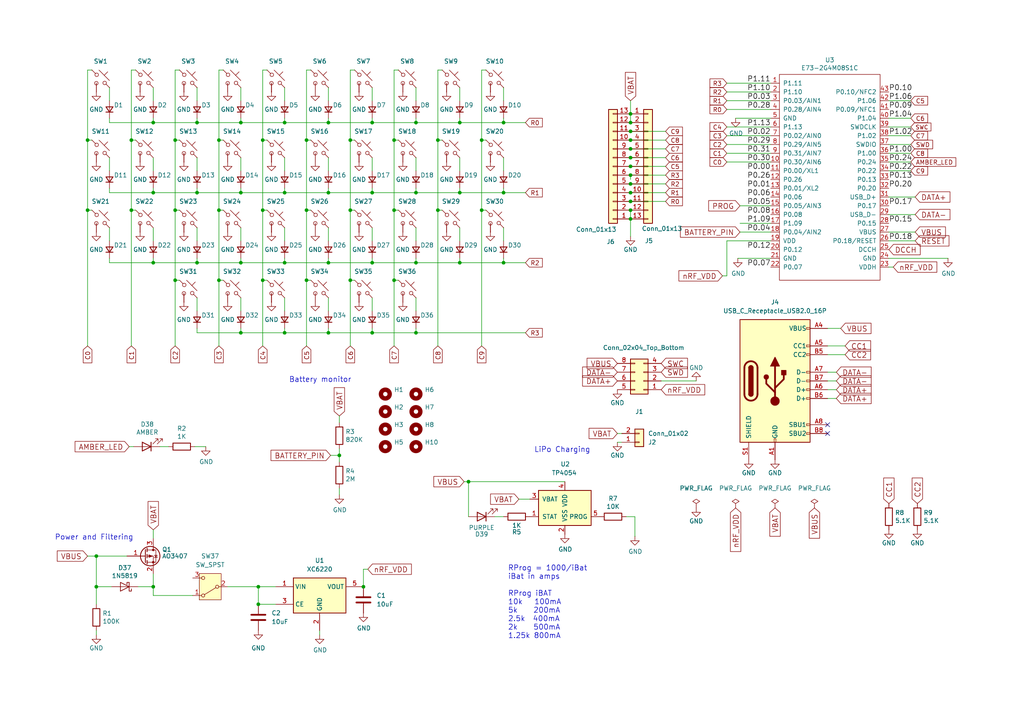
<source format=kicad_sch>
(kicad_sch (version 20231120) (generator "eeschema") (generator_version "8.0")
  (paper "A4")
  (junction (at 95.25 96.52))
  (junction (at 107.95 76.2))
  (junction (at 120.65 96.52))
  (junction (at 101.6 60.96))
  (junction (at 98.425 132.08))
  (junction (at 76.2 60.96))
  (junction (at 50.8 81.28))
  (junction (at 95.25 35.56))
  (junction (at 182.88 50.8))
  (junction (at 114.3 60.96))
  (junction (at 63.5 81.28))
  (junction (at 50.8 40.64))
  (junction (at 107.95 35.56))
  (junction (at 69.85 76.2))
  (junction (at 88.9 60.96))
  (junction (at 105.41 170.18))
  (junction (at 182.88 33.02))
  (junction (at 101.6 40.64))
  (junction (at 133.35 55.88))
  (junction (at 69.85 96.52))
  (junction (at 127 60.96))
  (junction (at 69.85 35.56))
  (junction (at 57.15 55.88))
  (junction (at 139.7 40.64))
  (junction (at 133.35 76.2))
  (junction (at 88.9 40.64))
  (junction (at 82.55 76.2))
  (junction (at 182.88 58.42))
  (junction (at 63.5 40.64))
  (junction (at 82.55 55.88))
  (junction (at 182.88 48.26))
  (junction (at 44.45 76.2))
  (junction (at 44.45 170.18))
  (junction (at 82.55 96.52))
  (junction (at 182.88 35.56))
  (junction (at 146.05 76.2))
  (junction (at 146.05 35.56))
  (junction (at 107.95 96.52))
  (junction (at 182.88 63.5))
  (junction (at 107.95 55.88))
  (junction (at 95.25 55.88))
  (junction (at 182.88 45.72))
  (junction (at 76.2 81.28))
  (junction (at 25.4 60.96))
  (junction (at 182.88 40.64))
  (junction (at 120.65 35.56))
  (junction (at 63.5 60.96))
  (junction (at 182.88 43.18))
  (junction (at 135.89 139.7))
  (junction (at 88.9 81.28))
  (junction (at 44.45 55.88))
  (junction (at 182.88 55.88))
  (junction (at 38.1 40.64))
  (junction (at 127 40.64))
  (junction (at 57.15 76.2))
  (junction (at 82.55 35.56))
  (junction (at 95.25 76.2))
  (junction (at 27.94 170.18))
  (junction (at 101.6 81.28))
  (junction (at 38.1 60.96))
  (junction (at 27.94 161.29))
  (junction (at 182.88 53.34))
  (junction (at 120.65 76.2))
  (junction (at 114.3 40.64))
  (junction (at 182.88 60.96))
  (junction (at 50.8 60.96))
  (junction (at 133.35 35.56))
  (junction (at 182.88 38.1))
  (junction (at 139.7 60.96))
  (junction (at 74.93 175.26))
  (junction (at 57.15 35.56))
  (junction (at 25.4 40.64))
  (junction (at 120.65 55.88))
  (junction (at 146.05 55.88))
  (junction (at 114.3 81.28))
  (junction (at 69.85 55.88))
  (junction (at 74.93 170.18))
  (junction (at 44.45 35.56))
  (junction (at 76.2 40.64))
  (no_connect (at 240.03 125.73))
  (no_connect (at 240.03 123.19))
  (wire (pts (xy 39.37 60.96) (xy 38.1 60.96)))
  (wire (pts (xy 135.89 149.86) (xy 135.89 139.7)))
  (wire (pts (xy 133.35 66.04) (xy 133.35 69.85)))
  (wire (pts (xy 57.15 54.61) (xy 57.15 55.88)))
  (wire (pts (xy 120.65 55.88) (xy 133.35 55.88)))
  (wire (pts (xy 102.87 40.64) (xy 101.6 40.64)))
  (wire (pts (xy 210.82 69.85) (xy 223.52 69.85)))
  (wire (pts (xy 209.55 80.01) (xy 210.82 80.01)))
  (wire (pts (xy 259.08 77.47) (xy 257.81 77.47)))
  (wire (pts (xy 264.16 46.99) (xy 257.81 46.99)))
  (wire (pts (xy 120.65 54.61) (xy 120.65 55.88)))
  (wire (pts (xy 107.95 35.56) (xy 120.65 35.56)))
  (wire (pts (xy 69.85 25.4) (xy 69.85 29.21)))
  (wire (pts (xy 52.07 20.32) (xy 50.8 20.32)))
  (wire (pts (xy 92.71 182.88) (xy 92.71 184.15)))
  (wire (pts (xy 210.82 44.45) (xy 223.52 44.45)))
  (wire (pts (xy 25.4 20.32) (xy 25.4 40.64)))
  (wire (pts (xy 57.15 95.25) (xy 57.15 96.52)))
  (wire (pts (xy 63.5 60.96) (xy 63.5 81.28)))
  (wire (pts (xy 76.2 20.32) (xy 76.2 40.64)))
  (wire (pts (xy 107.95 54.61) (xy 107.95 55.88)))
  (wire (pts (xy 31.75 25.4) (xy 31.75 29.21)))
  (wire (pts (xy 27.94 182.88) (xy 27.94 184.15)))
  (wire (pts (xy 134.62 139.7) (xy 135.89 139.7)))
  (wire (pts (xy 133.35 35.56) (xy 146.05 35.56)))
  (wire (pts (xy 210.82 26.67) (xy 223.52 26.67)))
  (wire (pts (xy 107.95 96.52) (xy 120.65 96.52)))
  (wire (pts (xy 107.95 55.88) (xy 120.65 55.88)))
  (wire (pts (xy 210.82 69.85) (xy 210.82 80.01)))
  (wire (pts (xy 140.97 40.64) (xy 139.7 40.64)))
  (wire (pts (xy 264.16 36.83) (xy 257.81 36.83)))
  (wire (pts (xy 182.88 63.5) (xy 182.88 68.58)))
  (wire (pts (xy 213.36 34.29) (xy 223.52 34.29)))
  (wire (pts (xy 210.82 24.13) (xy 223.52 24.13)))
  (wire (pts (xy 242.57 107.95) (xy 240.03 107.95)))
  (wire (pts (xy 115.57 60.96) (xy 114.3 60.96)))
  (wire (pts (xy 245.11 100.33) (xy 240.03 100.33)))
  (wire (pts (xy 114.3 81.28) (xy 114.3 100.33)))
  (wire (pts (xy 107.95 86.36) (xy 107.95 90.17)))
  (wire (pts (xy 69.85 96.52) (xy 82.55 96.52)))
  (wire (pts (xy 50.8 81.28) (xy 50.8 100.33)))
  (wire (pts (xy 182.88 35.56) (xy 182.88 33.02)))
  (wire (pts (xy 243.84 95.25) (xy 240.03 95.25)))
  (wire (pts (xy 265.43 69.85) (xy 257.81 69.85)))
  (wire (pts (xy 57.15 25.4) (xy 57.15 29.21)))
  (wire (pts (xy 44.45 153.67) (xy 44.45 156.21)))
  (wire (pts (xy 69.85 55.88) (xy 82.55 55.88)))
  (wire (pts (xy 182.88 63.5) (xy 182.88 60.96)))
  (wire (pts (xy 127 20.32) (xy 127 40.64)))
  (wire (pts (xy 74.93 175.26) (xy 74.93 170.18)))
  (wire (pts (xy 69.85 76.2) (xy 82.55 76.2)))
  (wire (pts (xy 44.45 66.04) (xy 44.45 69.85)))
  (wire (pts (xy 66.04 170.18) (xy 74.93 170.18)))
  (wire (pts (xy 37.465 129.54) (xy 38.735 129.54)))
  (wire (pts (xy 50.8 60.96) (xy 50.8 81.28)))
  (wire (pts (xy 146.05 45.72) (xy 146.05 49.53)))
  (wire (pts (xy 38.1 40.64) (xy 38.1 60.96)))
  (wire (pts (xy 82.55 86.36) (xy 82.55 90.17)))
  (wire (pts (xy 95.25 54.61) (xy 95.25 55.88)))
  (wire (pts (xy 120.65 66.04) (xy 120.65 69.85)))
  (wire (pts (xy 107.95 76.2) (xy 120.65 76.2)))
  (wire (pts (xy 127 60.96) (xy 127 100.33)))
  (wire (pts (xy 95.25 55.88) (xy 107.95 55.88)))
  (wire (pts (xy 120.65 76.2) (xy 133.35 76.2)))
  (wire (pts (xy 133.35 55.88) (xy 146.05 55.88)))
  (wire (pts (xy 57.15 45.72) (xy 57.15 49.53)))
  (wire (pts (xy 56.515 129.54) (xy 59.69 129.54)))
  (wire (pts (xy 52.07 40.64) (xy 50.8 40.64)))
  (wire (pts (xy 82.55 25.4) (xy 82.55 29.21)))
  (wire (pts (xy 44.45 166.37) (xy 44.45 170.18)))
  (wire (pts (xy 31.75 34.29) (xy 31.75 35.56)))
  (wire (pts (xy 139.7 20.32) (xy 139.7 40.64)))
  (wire (pts (xy 64.77 40.64) (xy 63.5 40.64)))
  (wire (pts (xy 120.65 45.72) (xy 120.65 49.53)))
  (wire (pts (xy 82.55 34.29) (xy 82.55 35.56)))
  (wire (pts (xy 140.97 20.32) (xy 139.7 20.32)))
  (wire (pts (xy 57.15 35.56) (xy 69.85 35.56)))
  (wire (pts (xy 31.75 66.04) (xy 31.75 69.85)))
  (wire (pts (xy 265.43 67.31) (xy 257.81 67.31)))
  (wire (pts (xy 40.005 170.18) (xy 44.45 170.18)))
  (wire (pts (xy 265.43 62.23) (xy 257.81 62.23)))
  (wire (pts (xy 120.65 95.25) (xy 120.65 96.52)))
  (wire (pts (xy 27.94 170.18) (xy 27.94 175.26)))
  (wire (pts (xy 193.04 45.72) (xy 182.88 45.72)))
  (wire (pts (xy 27.94 170.18) (xy 32.385 170.18)))
  (wire (pts (xy 52.07 81.28) (xy 50.8 81.28)))
  (wire (pts (xy 139.7 60.96) (xy 139.7 100.33)))
  (wire (pts (xy 77.47 40.64) (xy 76.2 40.64)))
  (wire (pts (xy 95.25 45.72) (xy 95.25 49.53)))
  (wire (pts (xy 193.04 50.8) (xy 182.88 50.8)))
  (wire (pts (xy 101.6 81.28) (xy 101.6 100.33)))
  (wire (pts (xy 77.47 20.32) (xy 76.2 20.32)))
  (wire (pts (xy 146.05 25.4) (xy 146.05 29.21)))
  (wire (pts (xy 106.68 165.1) (xy 105.41 165.1)))
  (wire (pts (xy 150.495 144.78) (xy 153.67 144.78)))
  (wire (pts (xy 76.2 81.28) (xy 76.2 100.33)))
  (wire (pts (xy 31.75 74.93) (xy 31.75 76.2)))
  (wire (pts (xy 128.27 60.96) (xy 127 60.96)))
  (wire (pts (xy 44.45 74.93) (xy 44.45 76.2)))
  (wire (pts (xy 133.35 45.72) (xy 133.35 49.53)))
  (wire (pts (xy 182.88 52.07) (xy 182.88 50.8)))
  (wire (pts (xy 257.81 49.53) (xy 264.16 49.53)))
  (wire (pts (xy 102.87 20.32) (xy 101.6 20.32)))
  (wire (pts (xy 257.81 34.29) (xy 264.16 34.29)))
  (wire (pts (xy 69.85 35.56) (xy 82.55 35.56)))
  (wire (pts (xy 265.43 57.15) (xy 257.81 57.15)))
  (wire (pts (xy 69.85 86.36) (xy 69.85 90.17)))
  (wire (pts (xy 193.04 48.26) (xy 182.88 48.26)))
  (wire (pts (xy 181.61 149.86) (xy 184.15 149.86)))
  (wire (pts (xy 257.81 44.45) (xy 264.16 44.45)))
  (wire (pts (xy 133.35 25.4) (xy 133.35 29.21)))
  (wire (pts (xy 95.25 86.36) (xy 95.25 90.17)))
  (wire (pts (xy 31.75 54.61) (xy 31.75 55.88)))
  (wire (pts (xy 38.1 20.32) (xy 38.1 40.64)))
  (wire (pts (xy 82.55 45.72) (xy 82.55 49.53)))
  (wire (pts (xy 120.65 86.36) (xy 120.65 90.17)))
  (wire (pts (xy 64.77 20.32) (xy 63.5 20.32)))
  (wire (pts (xy 133.35 54.61) (xy 133.35 55.88)))
  (wire (pts (xy 210.82 41.91) (xy 223.52 41.91)))
  (wire (pts (xy 115.57 20.32) (xy 114.3 20.32)))
  (wire (pts (xy 95.885 132.08) (xy 98.425 132.08)))
  (wire (pts (xy 69.85 74.93) (xy 69.85 76.2)))
  (wire (pts (xy 38.1 60.96) (xy 38.1 100.33)))
  (wire (pts (xy 69.85 66.04) (xy 69.85 69.85)))
  (wire (pts (xy 146.05 74.93) (xy 146.05 76.2)))
  (wire (pts (xy 77.47 81.28) (xy 76.2 81.28)))
  (wire (pts (xy 44.45 25.4) (xy 44.45 29.21)))
  (wire (pts (xy 101.6 20.32) (xy 101.6 40.64)))
  (wire (pts (xy 27.94 161.29) (xy 27.94 170.18)))
  (wire (pts (xy 182.88 29.21) (xy 182.88 33.02)))
  (wire (pts (xy 69.85 45.72) (xy 69.85 49.53)))
  (wire (pts (xy 107.95 34.29) (xy 107.95 35.56)))
  (wire (pts (xy 193.04 53.34) (xy 182.88 53.34)))
  (wire (pts (xy 146.05 54.61) (xy 146.05 55.88)))
  (wire (pts (xy 101.6 60.96) (xy 101.6 81.28)))
  (wire (pts (xy 242.57 113.03) (xy 240.03 113.03)))
  (wire (pts (xy 120.65 35.56) (xy 133.35 35.56)))
  (wire (pts (xy 133.35 74.93) (xy 133.35 76.2)))
  (wire (pts (xy 88.9 40.64) (xy 88.9 60.96)))
  (wire (pts (xy 146.05 55.88) (xy 152.4 55.88)))
  (wire (pts (xy 120.65 25.4) (xy 120.65 29.21)))
  (wire (pts (xy 146.05 66.04) (xy 146.05 69.85)))
  (wire (pts (xy 82.55 95.25) (xy 82.55 96.52)))
  (wire (pts (xy 114.3 40.64) (xy 114.3 60.96)))
  (wire (pts (xy 95.25 74.93) (xy 95.25 76.2)))
  (wire (pts (xy 82.55 54.61) (xy 82.55 55.88)))
  (wire (pts (xy 133.35 76.2) (xy 146.05 76.2)))
  (wire (pts (xy 90.17 60.96) (xy 88.9 60.96)))
  (wire (pts (xy 64.77 60.96) (xy 63.5 60.96)))
  (wire (pts (xy 95.25 35.56) (xy 107.95 35.56)))
  (wire (pts (xy 245.11 102.87) (xy 240.03 102.87)))
  (wire (pts (xy 102.87 60.96) (xy 101.6 60.96)))
  (wire (pts (xy 52.07 60.96) (xy 50.8 60.96)))
  (wire (pts (xy 82.55 76.2) (xy 95.25 76.2)))
  (wire (pts (xy 44.45 55.88) (xy 57.15 55.88)))
  (wire (pts (xy 98.425 120.65) (xy 98.425 122.555)))
  (wire (pts (xy 210.82 29.21) (xy 223.52 29.21)))
  (wire (pts (xy 44.45 34.29) (xy 44.45 35.56)))
  (wire (pts (xy 26.67 20.32) (xy 25.4 20.32)))
  (wire (pts (xy 107.95 25.4) (xy 107.95 29.21)))
  (wire (pts (xy 193.04 40.64) (xy 182.88 40.64)))
  (wire (pts (xy 90.17 20.32) (xy 88.9 20.32)))
  (wire (pts (xy 57.15 74.93) (xy 57.15 76.2)))
  (wire (pts (xy 133.35 34.29) (xy 133.35 35.56)))
  (wire (pts (xy 31.75 76.2) (xy 44.45 76.2)))
  (wire (pts (xy 98.425 132.08) (xy 98.425 133.985)))
  (wire (pts (xy 82.55 96.52) (xy 95.25 96.52)))
  (wire (pts (xy 101.6 40.64) (xy 101.6 60.96)))
  (wire (pts (xy 210.82 36.83) (xy 223.52 36.83)))
  (wire (pts (xy 214.63 64.77) (xy 223.52 64.77)))
  (wire (pts (xy 27.94 161.29) (xy 36.83 161.29)))
  (wire (pts (xy 107.95 45.72) (xy 107.95 49.53)))
  (wire (pts (xy 139.7 40.64) (xy 139.7 60.96)))
  (wire (pts (xy 264.16 41.91) (xy 257.81 41.91)))
  (wire (pts (xy 201.93 110.49) (xy 191.77 110.49)))
  (wire (pts (xy 25.4 40.64) (xy 25.4 60.96)))
  (wire (pts (xy 193.04 58.42) (xy 182.88 58.42)))
  (wire (pts (xy 88.9 81.28) (xy 88.9 100.33)))
  (wire (pts (xy 63.5 81.28) (xy 63.5 100.33)))
  (wire (pts (xy 44.45 172.72) (xy 44.45 170.18)))
  (wire (pts (xy 57.15 76.2) (xy 69.85 76.2)))
  (wire (pts (xy 76.2 40.64) (xy 76.2 60.96)))
  (wire (pts (xy 120.65 74.93) (xy 120.65 76.2)))
  (wire (pts (xy 64.77 81.28) (xy 63.5 81.28)))
  (wire (pts (xy 46.355 129.54) (xy 48.895 129.54)))
  (wire (pts (xy 69.85 34.29) (xy 69.85 35.56)))
  (wire (pts (xy 223.52 67.31) (xy 214.63 67.31)))
  (wire (pts (xy 127 40.64) (xy 127 60.96)))
  (wire (pts (xy 63.5 40.64) (xy 63.5 60.96)))
  (wire (pts (xy 57.15 86.36) (xy 57.15 90.17)))
  (wire (pts (xy 95.25 76.2) (xy 107.95 76.2)))
  (wire (pts (xy 120.65 34.29) (xy 120.65 35.56)))
  (wire (pts (xy 39.37 20.32) (xy 38.1 20.32)))
  (wire (pts (xy 193.04 55.88) (xy 182.88 55.88)))
  (wire (pts (xy 128.27 20.32) (xy 127 20.32)))
  (wire (pts (xy 214.63 59.69) (xy 223.52 59.69)))
  (wire (pts (xy 115.57 40.64) (xy 114.3 40.64)))
  (wire (pts (xy 31.75 35.56) (xy 44.45 35.56)))
  (wire (pts (xy 180.34 128.27) (xy 179.07 128.27)))
  (wire (pts (xy 210.82 39.37) (xy 223.52 39.37)))
  (wire (pts (xy 44.45 35.56) (xy 57.15 35.56)))
  (wire (pts (xy 98.425 130.175) (xy 98.425 132.08)))
  (wire (pts (xy 193.04 38.1) (xy 182.88 38.1)))
  (wire (pts (xy 184.15 149.86) (xy 184.15 155.575)))
  (wire (pts (xy 82.55 74.93) (xy 82.55 76.2)))
  (wire (pts (xy 128.27 40.64) (xy 127 40.64)))
  (wire (pts (xy 88.9 20.32) (xy 88.9 40.64)))
  (wire (pts (xy 107.95 74.93) (xy 107.95 76.2)))
  (wire (pts (xy 114.3 20.32) (xy 114.3 40.64)))
  (wire (pts (xy 69.85 95.25) (xy 69.85 96.52)))
  (wire (pts (xy 74.93 170.18) (xy 80.01 170.18)))
  (wire (pts (xy 88.9 60.96) (xy 88.9 81.28)))
  (wire (pts (xy 95.25 96.52) (xy 107.95 96.52)))
  (wire (pts (xy 25.4 60.96) (xy 25.4 100.33)))
  (wire (pts (xy 63.5 20.32) (xy 63.5 40.64)))
  (wire (pts (xy 44.45 54.61) (xy 44.45 55.88)))
  (wire (pts (xy 95.25 34.29) (xy 95.25 35.56)))
  (wire (pts (xy 90.17 40.64) (xy 88.9 40.64)))
  (wire (pts (xy 57.15 66.04) (xy 57.15 69.85)))
  (wire (pts (xy 77.47 60.96) (xy 76.2 60.96)))
  (wire (pts (xy 114.3 60.96) (xy 114.3 81.28)))
  (wire (pts (xy 223.52 74.93) (xy 213.995 74.93)))
  (wire (pts (xy 90.17 81.28) (xy 88.9 81.28)))
  (wire (pts (xy 146.05 76.2) (xy 152.4 76.2)))
  (wire (pts (xy 146.05 35.56) (xy 152.4 35.56)))
  (wire (pts (xy 180.34 125.73) (xy 179.07 125.73)))
  (wire (pts (xy 257.81 29.21) (xy 264.16 29.21)))
  (wire (pts (xy 95.25 25.4) (xy 95.25 29.21)))
  (wire (pts (xy 57.15 96.52) (xy 69.85 96.52)))
  (wire (pts (xy 98.425 141.605) (xy 98.425 143.51)))
  (wire (pts (xy 210.82 31.75) (xy 223.52 31.75)))
  (wire (pts (xy 107.95 95.25) (xy 107.95 96.52)))
  (wire (pts (xy 82.55 55.88) (xy 95.25 55.88)))
  (wire (pts (xy 115.57 81.28) (xy 114.3 81.28)))
  (wire (pts (xy 44.45 76.2) (xy 57.15 76.2)))
  (wire (pts (xy 257.81 39.37) (xy 264.16 39.37)))
  (wire (pts (xy 105.41 165.1) (xy 105.41 170.18)))
  (wire (pts (xy 107.95 66.04) (xy 107.95 69.85)))
  (wire (pts (xy 74.93 175.26) (xy 80.01 175.26)))
  (wire (pts (xy 50.8 20.32) (xy 50.8 40.64)))
  (wire (pts (xy 39.37 40.64) (xy 38.1 40.64)))
  (wire (pts (xy 57.15 34.29) (xy 57.15 35.56)))
  (wire (pts (xy 95.25 66.04) (xy 95.25 69.85)))
  (wire (pts (xy 69.85 54.61) (xy 69.85 55.88)))
  (wire (pts (xy 193.04 43.18) (xy 182.88 43.18)))
  (wire (pts (xy 82.55 35.56) (xy 95.25 35.56)))
  (wire (pts (xy 242.57 115.57) (xy 240.03 115.57)))
  (wire (pts (xy 82.55 66.04) (xy 82.55 69.85)))
  (wire (pts (xy 57.15 55.88) (xy 69.85 55.88)))
  (wire (pts (xy 143.51 149.86) (xy 146.05 149.86)))
  (wire (pts (xy 210.82 46.99) (xy 223.52 46.99)))
  (wire (pts (xy 257.81 74.93) (xy 274.955 74.93)))
  (wire (pts (xy 242.57 110.49) (xy 240.03 110.49)))
  (wire (pts (xy 44.45 45.72) (xy 44.45 49.53)))
  (wire (pts (xy 55.88 172.72) (xy 44.45 172.72)))
  (wire (pts (xy 95.25 95.25) (xy 95.25 96.52)))
  (wire (pts (xy 26.67 60.96) (xy 25.4 60.96)))
  (wire (pts (xy 27.94 161.29) (xy 25.4 161.29)))
  (wire (pts (xy 31.75 45.72) (xy 31.75 49.53)))
  (wire (pts (xy 50.8 40.64) (xy 50.8 60.96)))
  (wire (pts (xy 135.89 139.7) (xy 163.83 139.7)))
  (wire (pts (xy 31.75 55.88) (xy 44.45 55.88)))
  (wire (pts (xy 76.2 60.96) (xy 76.2 81.28)))
  (wire (pts (xy 102.87 81.28) (xy 101.6 81.28)))
  (wire (pts (xy 140.97 60.96) (xy 139.7 60.96)))
  (wire (pts (xy 146.05 34.29) (xy 146.05 35.56)))
  (wire (pts (xy 120.65 96.52) (xy 152.4 96.52)))
  (wire (pts (xy 26.67 40.64) (xy 25.4 40.64)))
  (text "RProg = 1000/iBat\niBat in amps\n\nRProg iBAT\n10k   100mA\n5k    200mA\n2.5k  400mA\n2k    500mA\n1.25k 800mA" (at 147.32 185.42 0) (effects (font (size 1.524 1.524)) (justify left bottom)))
  (text "Battery monitor" (at 83.82 111.125 0) (effects (font (size 1.524 1.524)) (justify left bottom)))
  (text "Power and Filtering" (at 15.875 156.845 0) (effects (font (size 1.524 1.524)) (justify left bottom)))
  (text "LiPo Charging\n" (at 154.94 131.445 0) (effects (font (size 1.524 1.524)) (justify left bottom)))
  (label "P0.26" (at 223.52 52.07 180) (effects (font (size 1.524 1.524))))
  (label "P0.10" (at 257.81 26.67 0) (effects (font (size 1.524 1.524))))
  (label "P0.04" (at 223.52 67.31 180) (effects (font (size 1.524 1.524))))
  (label "P0.02" (at 223.52 39.37 180) (effects (font (size 1.524 1.524))))
  (label "P1.04" (at 257.81 34.29 0) (effects (font (size 1.524 1.524))))
  (label "P0.15" (at 257.81 64.77 0) (effects (font (size 1.524 1.524))))
  (label "P0.01" (at 223.52 54.61 180) (effects (font (size 1.524 1.524))))
  (label "P0.20" (at 257.81 54.61 0) (effects (font (size 1.524 1.524))))
  (label "P0.06" (at 223.52 57.15 180) (effects (font (size 1.524 1.524))))
  (label "P0.30" (at 223.52 46.99 180) (effects (font (size 1.524 1.524))))
  (label "P1.02" (at 257.81 39.37 0) (effects (font (size 1.524 1.524))))
  (label "P0.29" (at 223.52 41.91 180) (effects (font (size 1.524 1.524))))
  (label "P1.11" (at 223.52 24.13 180) (effects (font (size 1.524 1.524))))
  (label "P0.13" (at 257.81 52.07 0) (effects (font (size 1.524 1.524))))
  (label "P0.00" (at 223.52 49.53 180) (effects (font (size 1.524 1.524))))
  (label "P1.00" (at 257.81 44.45 0) (effects (font (size 1.524 1.524))))
  (label "P1.06" (at 257.81 29.21 0) (effects (font (size 1.524 1.524))))
  (label "P0.03" (at 223.52 29.21 180) (effects (font (size 1.524 1.524))))
  (label "P0.09" (at 257.81 31.75 0) (effects (font (size 1.524 1.524))))
  (label "P1.10" (at 223.52 26.67 180) (effects (font (size 1.524 1.524))))
  (label "P0.07" (at 223.52 77.47 180) (effects (font (size 1.524 1.524))))
  (label "P0.18" (at 257.81 69.85 0) (effects (font (size 1.524 1.524))))
  (label "P0.24" (at 257.81 46.99 0) (effects (font (size 1.524 1.524))))
  (label "P0.17" (at 257.81 59.69 0) (effects (font (size 1.524 1.524))))
  (label "P1.09" (at 223.52 64.77 180) (effects (font (size 1.524 1.524))))
  (label "P0.28" (at 223.52 31.75 180) (effects (font (size 1.524 1.524))))
  (label "P0.31" (at 223.52 44.45 180) (effects (font (size 1.524 1.524))))
  (label "P0.05" (at 223.52 59.69 180) (effects (font (size 1.524 1.524))))
  (label "P0.22" (at 257.81 49.53 0) (effects (font (size 1.524 1.524))))
  (label "P0.12" (at 223.52 72.39 180) (effects (font (size 1.524 1.524))))
  (label "P0.08" (at 223.52 62.23 180) (effects (font (size 1.524 1.524))))
  (label "P1.13" (at 223.52 36.83 180) (effects (font (size 1.524 1.524))))
  (global_label "DATA+" (shape input) (at 242.57 113.03 0) (effects (font (size 1.524 1.524))) (property "Intersheetrefs" "${INTERSHEET_REFS}" (effects (hide yes))))
  (global_label "C7" (shape input) (at 114.3 100.33 270) (property "Intersheetrefs" "${INTERSHEET_REFS}" (effects (hide yes))))
  (global_label "nRF_VDD" (shape input) (at 191.77 113.03 0) (effects (font (size 1.524 1.524))) (property "Intersheetrefs" "${INTERSHEET_REFS}" (effects (hide yes))))
  (global_label "R0" (shape input) (at 152.4 35.56 0) (property "Intersheetrefs" "${INTERSHEET_REFS}" (effects (hide yes))))
  (global_label "C1" (shape input) (at 38.1 100.33 270) (property "Intersheetrefs" "${INTERSHEET_REFS}" (effects (hide yes))))
  (global_label "VBAT" (shape input) (at 182.88 29.21 90) (effects (font (size 1.524 1.524))) (property "Intersheetrefs" "${INTERSHEET_REFS}" (effects (hide yes))))
  (global_label "R1" (shape input) (at 152.4 55.88 0) (property "Intersheetrefs" "${INTERSHEET_REFS}" (effects (hide yes))))
  (global_label "AMBER_LED" (shape input) (at 264.16 46.99 0) (property "Intersheetrefs" "${INTERSHEET_REFS}" (effects (hide yes))))
  (global_label "DATA-" (shape input) (at 179.07 107.95 180) (effects (font (size 1.524 1.524))) (property "Intersheetrefs" "${INTERSHEET_REFS}" (effects (hide yes))))
  (global_label "BATTERY_PIN" (shape input) (at 214.63 67.31 180) (effects (font (size 1.524 1.524))) (property "Intersheetrefs" "${INTERSHEET_REFS}" (effects (hide yes))))
  (global_label "R1" (shape input) (at 210.82 29.21 180) (property "Intersheetrefs" "${INTERSHEET_REFS}" (effects (hide yes))))
  (global_label "C4" (shape input) (at 76.2 100.33 270) (property "Intersheetrefs" "${INTERSHEET_REFS}" (effects (hide yes))))
  (global_label "C5" (shape input) (at 193.04 48.26 0) (property "Intersheetrefs" "${INTERSHEET_REFS}" (effects (hide yes))))
  (global_label "C4" (shape input) (at 210.82 36.83 180) (property "Intersheetrefs" "${INTERSHEET_REFS}" (effects (hide yes))))
  (global_label "C3" (shape input) (at 63.5 100.33 270) (property "Intersheetrefs" "${INTERSHEET_REFS}" (effects (hide yes))))
  (global_label "R0" (shape input) (at 193.04 58.42 0) (property "Intersheetrefs" "${INTERSHEET_REFS}" (effects (hide yes))))
  (global_label "DATA-" (shape input) (at 242.57 107.95 0) (effects (font (size 1.524 1.524))) (property "Intersheetrefs" "${INTERSHEET_REFS}" (effects (hide yes))))
  (global_label "SWD" (shape input) (at 191.77 107.95 0) (effects (font (size 1.524 1.524))) (property "Intersheetrefs" "${INTERSHEET_REFS}" (effects (hide yes))))
  (global_label "R2" (shape input) (at 210.82 26.67 180) (property "Intersheetrefs" "${INTERSHEET_REFS}" (effects (hide yes))))
  (global_label "nRF_VDD" (shape input) (at 106.68 165.1 0) (effects (font (size 1.524 1.524))) (property "Intersheetrefs" "${INTERSHEET_REFS}" (effects (hide yes))))
  (global_label "VBUS" (shape input) (at 243.84 95.25 0) (effects (font (size 1.524 1.524))) (property "Intersheetrefs" "${INTERSHEET_REFS}" (effects (hide yes))))
  (global_label "C6" (shape input) (at 193.04 45.72 0) (property "Intersheetrefs" "${INTERSHEET_REFS}" (effects (hide yes))))
  (global_label "R3" (shape input) (at 152.4 96.52 0) (property "Intersheetrefs" "${INTERSHEET_REFS}" (effects (hide yes))))
  (global_label "VBAT" (shape input) (at 224.79 147.32 270) (effects (font (size 1.524 1.524))) (property "Intersheetrefs" "${INTERSHEET_REFS}" (effects (hide yes))))
  (global_label "C9" (shape input) (at 139.7 100.33 270) (property "Intersheetrefs" "${INTERSHEET_REFS}" (effects (hide yes))))
  (global_label "C7" (shape input) (at 264.16 39.37 0) (property "Intersheetrefs" "${INTERSHEET_REFS}" (effects (hide yes))))
  (global_label "C0" (shape input) (at 210.82 46.99 180) (property "Intersheetrefs" "${INTERSHEET_REFS}" (effects (hide yes))))
  (global_label "DATA-" (shape input) (at 265.43 62.23 0) (effects (font (size 1.524 1.524))) (property "Intersheetrefs" "${INTERSHEET_REFS}" (effects (hide yes))))
  (global_label "VBUS" (shape input) (at 134.62 139.7 180) (effects (font (size 1.524 1.524))) (property "Intersheetrefs" "${INTERSHEET_REFS}" (effects (hide yes))))
  (global_label "C5" (shape input) (at 264.16 29.21 0) (property "Intersheetrefs" "${INTERSHEET_REFS}" (effects (hide yes))))
  (global_label "DATA+" (shape input) (at 179.07 110.49 180) (effects (font (size 1.524 1.524))) (property "Intersheetrefs" "${INTERSHEET_REFS}" (effects (hide yes))))
  (global_label "CC1" (shape input) (at 245.11 100.33 0) (effects (font (size 1.524 1.524))) (property "Intersheetrefs" "${INTERSHEET_REFS}" (effects (hide yes))))
  (global_label "VBAT" (shape input) (at 44.45 153.67 90) (effects (font (size 1.524 1.524))) (property "Intersheetrefs" "${INTERSHEET_REFS}" (effects (hide yes))))
  (global_label "DATA+" (shape input) (at 242.57 115.57 0) (effects (font (size 1.524 1.524))) (property "Intersheetrefs" "${INTERSHEET_REFS}" (effects (hide yes))))
  (global_label "DCCH" (shape input) (at 257.81 72.39 0) (effects (font (size 1.524 1.524))) (property "Intersheetrefs" "${INTERSHEET_REFS}" (effects (hide yes))))
  (global_label "R2" (shape input) (at 152.4 76.2 0) (property "Intersheetrefs" "${INTERSHEET_REFS}" (effects (hide yes))))
  (global_label "VBUS" (shape input) (at 236.22 147.32 270) (effects (font (size 1.524 1.524))) (property "Intersheetrefs" "${INTERSHEET_REFS}" (effects (hide yes))))
  (global_label "PROG" (shape input) (at 214.63 59.69 180) (effects (font (size 1.524 1.524))) (property "Intersheetrefs" "${INTERSHEET_REFS}" (effects (hide yes))))
  (global_label "C5" (shape input) (at 88.9 100.33 270) (property "Intersheetrefs" "${INTERSHEET_REFS}" (effects (hide yes))))
  (global_label "VBUS" (shape input) (at 179.07 105.41 180) (effects (font (size 1.524 1.524))) (property "Intersheetrefs" "${INTERSHEET_REFS}" (effects (hide yes))))
  (global_label "R3" (shape input) (at 193.04 50.8 0) (property "Intersheetrefs" "${INTERSHEET_REFS}" (effects (hide yes))))
  (global_label "VBAT" (shape input) (at 150.495 144.78 180) (effects (font (size 1.524 1.524))) (property "Intersheetrefs" "${INTERSHEET_REFS}" (effects (hide yes))))
  (global_label "R2" (shape input) (at 193.04 53.34 0) (property "Intersheetrefs" "${INTERSHEET_REFS}" (effects (hide yes))))
  (global_label "nRF_VDD" (shape input) (at 209.55 80.01 180) (effects (font (size 1.524 1.524))) (property "Intersheetrefs" "${INTERSHEET_REFS}" (effects (hide yes))))
  (global_label "CC2" (shape input) (at 266.065 146.05 90) (effects (font (size 1.524 1.524))) (property "Intersheetrefs" "${INTERSHEET_REFS}" (effects (hide yes))))
  (global_label "C6" (shape input) (at 264.16 34.29 0) (property "Intersheetrefs" "${INTERSHEET_REFS}" (effects (hide yes))))
  (global_label "C0" (shape input) (at 25.4 100.33 270) (property "Intersheetrefs" "${INTERSHEET_REFS}" (effects (hide yes))))
  (global_label "C8" (shape input) (at 264.16 44.45 0) (property "Intersheetrefs" "${INTERSHEET_REFS}" (effects (hide yes))))
  (global_label "R1" (shape input) (at 193.04 55.88 0) (property "Intersheetrefs" "${INTERSHEET_REFS}" (effects (hide yes))))
  (global_label "C9" (shape input) (at 264.16 49.53 0) (property "Intersheetrefs" "${INTERSHEET_REFS}" (effects (hide yes))))
  (global_label "VBAT" (shape input) (at 98.425 120.65 90) (effects (font (size 1.524 1.524))) (property "Intersheetrefs" "${INTERSHEET_REFS}" (effects (hide yes))))
  (global_label "SWC" (shape input) (at 191.77 105.41 0) (effects (font (size 1.524 1.524))) (property "Intersheetrefs" "${INTERSHEET_REFS}" (effects (hide yes))))
  (global_label "VBUS" (shape input) (at 265.43 67.31 0) (effects (font (size 1.524 1.524))) (property "Intersheetrefs" "${INTERSHEET_REFS}" (effects (hide yes))))
  (global_label "C2" (shape input) (at 210.82 41.91 180) (property "Intersheetrefs" "${INTERSHEET_REFS}" (effects (hide yes))))
  (global_label "C7" (shape input) (at 193.04 43.18 0) (property "Intersheetrefs" "${INTERSHEET_REFS}" (effects (hide yes))))
  (global_label "VBUS" (shape input) (at 25.4 161.29 180) (effects (font (size 1.524 1.524))) (property "Intersheetrefs" "${INTERSHEET_REFS}" (effects (hide yes))))
  (global_label "R3" (shape input) (at 210.82 24.13 180) (property "Intersheetrefs" "${INTERSHEET_REFS}" (effects (hide yes))))
  (global_label "SWD" (shape input) (at 264.16 41.91 0) (property "Intersheetrefs" "${INTERSHEET_REFS}" (effects (hide yes))))
  (global_label "C8" (shape input) (at 193.04 40.64 0) (property "Intersheetrefs" "${INTERSHEET_REFS}" (effects (hide yes))))
  (global_label "VBAT" (shape input) (at 179.07 125.73 180) (effects (font (size 1.524 1.524))) (property "Intersheetrefs" "${INTERSHEET_REFS}" (effects (hide yes))))
  (global_label "nRF_VDD" (shape input) (at 213.36 147.32 270) (effects (font (size 1.524 1.524))) (property "Intersheetrefs" "${INTERSHEET_REFS}" (effects (hide yes))))
  (global_label "RESET" (shape input) (at 265.43 69.85 0) (effects (font (size 1.524 1.524))) (property "Intersheetrefs" "${INTERSHEET_REFS}" (effects (hide yes))))
  (global_label "DATA+" (shape input) (at 265.43 57.15 0) (effects (font (size 1.524 1.524))) (property "Intersheetrefs" "${INTERSHEET_REFS}" (effects (hide yes))))
  (global_label "C2" (shape input) (at 50.8 100.33 270) (property "Intersheetrefs" "${INTERSHEET_REFS}" (effects (hide yes))))
  (global_label "CC1" (shape input) (at 257.81 146.05 90) (effects (font (size 1.524 1.524))) (property "Intersheetrefs" "${INTERSHEET_REFS}" (effects (hide yes))))
  (global_label "C1" (shape input) (at 210.82 44.45 180) (property "Intersheetrefs" "${INTERSHEET_REFS}" (effects (hide yes))))
  (global_label "AMBER_LED" (shape input) (at 37.465 129.54 180) (effects (font (size 1.524 1.524))) (property "Intersheetrefs" "${INTERSHEET_REFS}" (effects (hide yes))))
  (global_label "BATTERY_PIN" (shape input) (at 95.885 132.08 180) (effects (font (size 1.524 1.524))) (property "Intersheetrefs" "${INTERSHEET_REFS}" (effects (hide yes))))
  (global_label "C6" (shape input) (at 101.6 100.33 270) (property "Intersheetrefs" "${INTERSHEET_REFS}" (effects (hide yes))))
  (global_label "nRF_VDD" (shape input) (at 259.08 77.47 0) (effects (font (size 1.524 1.524))) (property "Intersheetrefs" "${INTERSHEET_REFS}" (effects (hide yes))))
  (global_label "SWC" (shape input) (at 264.16 36.83 0) (effects (font (size 1.17 1.17))) (property "Intersheetrefs" "${INTERSHEET_REFS}" (effects (hide yes))))
  (global_label "C8" (shape input) (at 127 100.33 270) (property "Intersheetrefs" "${INTERSHEET_REFS}" (effects (hide yes))))
  (global_label "C3" (shape input) (at 210.82 39.37 180) (property "Intersheetrefs" "${INTERSHEET_REFS}" (effects (hide yes))))
  (global_label "C9" (shape input) (at 193.04 38.1 0) (property "Intersheetrefs" "${INTERSHEET_REFS}" (effects (hide yes))))
  (global_label "CC2" (shape input) (at 245.11 102.87 0) (effects (font (size 1.524 1.524))) (property "Intersheetrefs" "${INTERSHEET_REFS}" (effects (hide yes))))
  (global_label "R0" (shape input) (at 210.82 31.75 180) (property "Intersheetrefs" "${INTERSHEET_REFS}" (effects (hide yes))))
  (global_label "DATA-" (shape input) (at 242.57 110.49 0) (effects (font (size 1.524 1.524))) (property "Intersheetrefs" "${INTERSHEET_REFS}" (effects (hide yes))))
  (symbol (lib_id "Device:D_Small") (at 44.45 31.75 90) (unit 1)
    (property "Reference" "D2" (at 45.72 30.48 90) (effects (justify right)))
    (property "Value" "D" (effects (hide yes)))
    (property "Footprint" "Diode_SMD:D_SOD-323" (effects (hide yes)))
    (property "Sim.Device" "D" (effects (hide yes)))
    (property "Sim.Pins" "1=K 2=A" (effects (hide yes)))
    (property "LCSC" "C191023" (effects (hide yes)))
  )
  (symbol (lib_id "power:GND") (at 40.64 67.31 0) (unit 1)
    (property "Reference" "#PWR029" (effects (hide yes)))
    (property "Value" "GND" (at 40.64 72.39 0))
    (property "Description" "Power symbol creates a global label with name \"GND\" , ground" (effects (hide yes)))
  )
  (symbol (lib_id "Device:D_Small") (at 57.15 72.39 90) (unit 1)
    (property "Reference" "D23" (at 58.42 71.12 90) (effects (justify right)))
    (property "Value" "D" (effects (hide yes)))
    (property "Footprint" "Diode_SMD:D_SOD-323" (effects (hide yes)))
    (property "Sim.Device" "D" (effects (hide yes)))
    (property "Sim.Pins" "1=K 2=A" (effects (hide yes)))
    (property "LCSC" "C191023" (effects (hide yes)))
  )
  (symbol (lib_id "aronia:SW_Push_45deg_GND") (at 130.81 43.18 0) (unit 1)
    (property "Reference" "SW19" (at 130.81 38.1 0))
    (property "Value" "SW_Push" (effects (hide yes)))
    (property "Footprint" "aronia:CPG1316S01D02" (effects (hide yes)))
  )
  (symbol (lib_id "Device:D_Small") (at 95.25 52.07 90) (unit 1)
    (property "Reference" "D16" (at 96.52 50.8 90) (effects (justify right)))
    (property "Value" "D" (effects (hide yes)))
    (property "Footprint" "Diode_SMD:D_SOD-323" (effects (hide yes)))
    (property "Sim.Device" "D" (effects (hide yes)))
    (property "Sim.Pins" "1=K 2=A" (effects (hide yes)))
    (property "LCSC" "C191023" (effects (hide yes)))
  )
  (symbol (lib_id "aronia:SW_Push_45deg_GND") (at 105.41 43.18 0) (unit 1)
    (property "Reference" "SW17" (at 105.41 38.1 0))
    (property "Value" "SW_Push" (effects (hide yes)))
    (property "Footprint" "aronia:CPG1316S01D02" (effects (hide yes)))
  )
  (symbol (lib_id "aronia:SW_Push_45deg_GND") (at 80.01 43.18 0) (unit 1)
    (property "Reference" "SW15" (at 80.01 38.1 0))
    (property "Value" "SW_Push" (effects (hide yes)))
    (property "Footprint" "aronia:CPG1316S01D02" (effects (hide yes)))
  )
  (symbol (lib_id "power:GND") (at 184.15 155.575 0) (unit 1)
    (property "Reference" "#PWR043" (effects (hide yes)))
    (property "Value" "GND" (at 184.277 159.9692 0))
  )
  (symbol (lib_id "aronia:SW_Push_45deg_GND") (at 130.81 22.86 0) (unit 1)
    (property "Reference" "SW9" (at 130.81 17.78 0))
    (property "Value" "SW_Push" (effects (hide yes)))
    (property "Footprint" "aronia:CPG1316S01D02" (effects (hide yes)))
  )
  (symbol (lib_id "nrfmicro-rescue:R") (at 52.705 129.54 90) (unit 1)
    (property "Reference" "R2" (at 52.705 124.2822 90))
    (property "Value" "1K" (at 52.705 126.5936 90))
    (property "Footprint" "Resistor_SMD:R_0603_1608Metric" (effects (hide yes)))
    (property "LCSC" "C21190" (effects (hide yes)))
  )
  (symbol (lib_id "aronia:SW_Push_45deg_GND") (at 67.31 83.82 0) (unit 1)
    (property "Reference" "SW32" (at 67.31 78.74 0))
    (property "Value" "SW_Push" (effects (hide yes)))
    (property "Footprint" "aronia:CPG1316S01D02" (effects (hide yes)))
  )
  (symbol (lib_id "aronia:SW_Push_45deg_GND") (at 29.21 22.86 0) (unit 1)
    (property "Reference" "SW1" (at 29.21 17.78 0))
    (property "Value" "SW_Push" (effects (hide yes)))
    (property "Footprint" "aronia:CPG1316S01D02" (effects (hide yes)))
  )
  (symbol (lib_id "Connector_Generic:Conn_01x02") (at 185.42 128.27 0) (mirror x) (unit 1)
    (property "Reference" "J2" (at 187.96 128.2701 0) (effects (justify left)))
    (property "Value" "Conn_01x02" (at 187.96 125.7301 0) (effects (justify left)))
    (property "Footprint" "Connector_JST:JST_PH_S2B-PH-K_1x02_P2.00mm_Horizontal" (effects (hide yes)))
  )
  (symbol (lib_id "Mechanical:MountingHole") (at 120.65 119.38 0) (unit 1) (exclude_from_sim yes) (in_bom no)
    (property "Reference" "H7" (at 123.19 118.1099 0) (effects (justify left)))
    (property "Value" "MountingHole" (effects (hide yes)))
    (property "Footprint" "MountingHole:MountingHole_2.2mm_M2" (effects (hide yes)))
    (property "Description" "Mounting Hole without connection" (effects (hide yes)))
  )
  (symbol (lib_id "Mechanical:MountingHole") (at 111.76 124.46 0) (unit 1) (exclude_from_sim yes) (in_bom no)
    (property "Reference" "H3" (at 114.3 123.1899 0) (effects (justify left)))
    (property "Value" "MountingHole" (effects (hide yes)))
    (property "Footprint" "MountingHole:MountingHole_2.2mm_M2" (effects (hide yes)))
    (property "Description" "Mounting Hole without connection" (effects (hide yes)))
  )
  (symbol (lib_id "Connector_Generic:Conn_02x04_Top_Bottom") (at 186.69 110.49 180) (unit 1)
    (property "Reference" "J1" (at 185.42 119.38 0))
    (property "Value" "Conn_02x04_Top_Bottom" (at 186.69 100.838 0))
    (property "Footprint" "Connector_PinHeader_2.00mm:PinHeader_2x04_P2.00mm_Vertical" (effects (hide yes)))
    (property "Description" "Generic connector, double row, 02x04, top/bottom pin numbering scheme (row 1: 1...pins_per_row, row2: pins_per_row+1 ... num_pins), script generated (kicad-library-utils/schlib/autogen/connector/)" (effects (hide yes)))
  )
  (symbol (lib_id "nrfmicro-rescue:GND") (at 201.93 110.49 180) (unit 1)
    (property "Reference" "#PWR047" (effects (hide yes)))
    (property "Value" "GND" (at 201.93 106.68 0))
  )
  (symbol (lib_id "nrfmicro-rescue:R") (at 149.86 149.86 90) (unit 1)
    (property "Reference" "R5" (at 149.86 154.305 90))
    (property "Value" "1K" (at 149.86 152.4 90))
    (property "Footprint" "Resistor_SMD:R_0603_1608Metric" (effects (hide yes)))
    (property "LCSC" "C21190" (effects (hide yes)))
  )
  (symbol (lib_id "Device:D_Small") (at 69.85 52.07 90) (unit 1)
    (property "Reference" "D14" (at 71.12 50.8 90) (effects (justify right)))
    (property "Value" "D" (effects (hide yes)))
    (property "Footprint" "Diode_SMD:D_SOD-323" (effects (hide yes)))
    (property "Sim.Device" "D" (effects (hide yes)))
    (property "Sim.Pins" "1=K 2=A" (effects (hide yes)))
    (property "LCSC" "C191023" (effects (hide yes)))
  )
  (symbol (lib_id "aronia:SW_Push_45deg_GND") (at 118.11 22.86 0) (unit 1)
    (property "Reference" "SW8" (at 118.11 17.78 0))
    (property "Value" "SW_Push" (effects (hide yes)))
    (property "Footprint" "aronia:CPG1316S01D02" (effects (hide yes)))
  )
  (symbol (lib_id "power:GND") (at 91.44 26.67 0) (unit 1)
    (property "Reference" "#PWR06" (effects (hide yes)))
    (property "Value" "GND" (at 91.44 31.75 0))
    (property "Description" "Power symbol creates a global label with name \"GND\" , ground" (effects (hide yes)))
  )
  (symbol (lib_id "aronia:SW_Push_45deg_GND") (at 143.51 22.86 0) (unit 1)
    (property "Reference" "SW10" (at 143.51 17.78 0))
    (property "Value" "SW_Push" (effects (hide yes)))
    (property "Footprint" "aronia:CPG1316S01D02" (effects (hide yes)))
  )
  (symbol (lib_id "power:GND") (at 27.94 67.31 0) (unit 1)
    (property "Reference" "#PWR030" (effects (hide yes)))
    (property "Value" "GND" (at 27.94 72.39 0))
    (property "Description" "Power symbol creates a global label with name \"GND\" , ground" (effects (hide yes)))
  )
  (symbol (lib_id "power:GND") (at 213.995 74.93 0) (unit 1)
    (property "Reference" "#PWR045" (effects (hide yes)))
    (property "Value" "GND" (at 214.122 79.3242 0))
  )
  (symbol (lib_id "Device:C") (at 74.93 179.07 0) (unit 1)
    (property "Reference" "C2" (at 78.74 177.7999 0) (effects (justify left)))
    (property "Value" "10uF" (at 78.74 180.3399 0) (effects (justify left)))
    (property "Footprint" "Capacitor_SMD:C_0603_1608Metric" (effects (hide yes)))
    (property "Description" "Unpolarized capacitor" (effects (hide yes)))
    (property "LCSC" "C7107636" (effects (hide yes)))
  )
  (symbol (lib_id "nrfmicro-rescue:GND") (at 179.07 128.27 0) (unit 1)
    (property "Reference" "#PWR048" (effects (hide yes)))
    (property "Value" "GND" (at 179.07 132.08 0))
  )
  (symbol (lib_id "aronia:SW_Push_45deg_GND") (at 54.61 63.5 0) (unit 1)
    (property "Reference" "SW23" (at 54.61 58.42 0))
    (property "Value" "SW_Push" (effects (hide yes)))
    (property "Footprint" "aronia:CPG1316S01D02" (effects (hide yes)))
  )
  (symbol (lib_id "Switch:SW_SPDT") (at 60.96 170.18 180) (unit 1)
    (property "Reference" "SW37" (at 60.96 161.29 0))
    (property "Value" "SW_SPST" (at 60.96 163.83 0))
    (property "Footprint" "aronia:SW_SSSS811101" (effects (hide yes)))
    (property "Description" "Switch, single pole double throw" (effects (hide yes)))
    (property "LCSC" "C109335" (effects (hide yes)))
  )
  (symbol (lib_id "power:GND") (at 59.69 129.54 0) (unit 1)
    (property "Reference" "#PWR038" (effects (hide yes)))
    (property "Value" "GND" (at 59.817 133.9342 0))
  )
  (symbol (lib_id "Device:D_Small") (at 146.05 72.39 90) (unit 1)
    (property "Reference" "D30" (at 147.32 71.12 90) (effects (justify right)))
    (property "Value" "D" (effects (hide yes)))
    (property "Footprint" "Diode_SMD:D_SOD-323" (effects (hide yes)))
    (property "Sim.Device" "D" (effects (hide yes)))
    (property "Sim.Pins" "1=K 2=A" (effects (hide yes)))
    (property "LCSC" "C191023" (effects (hide yes)))
  )
  (symbol (lib_id "Mechanical:MountingHole") (at 120.65 124.46 0) (unit 1) (exclude_from_sim yes) (in_bom no)
    (property "Reference" "H8" (at 123.19 123.1899 0) (effects (justify left)))
    (property "Value" "MountingHole" (effects (hide yes)))
    (property "Footprint" "MountingHole:MountingHole_2.2mm_M2" (effects (hide yes)))
    (property "Description" "Mounting Hole without connection" (effects (hide yes)))
  )
  (symbol (lib_id "Device:D_Small") (at 120.65 52.07 90) (unit 1)
    (property "Reference" "D18" (at 121.92 50.8 90) (effects (justify right)))
    (property "Value" "D" (effects (hide yes)))
    (property "Footprint" "Diode_SMD:D_SOD-323" (effects (hide yes)))
    (property "Sim.Device" "D" (effects (hide yes)))
    (property "Sim.Pins" "1=K 2=A" (effects (hide yes)))
    (property "LCSC" "C191023" (effects (hide yes)))
  )
  (symbol (lib_id "power:GND") (at 104.14 67.31 0) (unit 1)
    (property "Reference" "#PWR024" (effects (hide yes)))
    (property "Value" "GND" (at 104.14 72.39 0))
    (property "Description" "Power symbol creates a global label with name \"GND\" , ground" (effects (hide yes)))
  )
  (symbol (lib_id "aronia:SW_Push_45deg_GND") (at 80.01 83.82 0) (unit 1)
    (property "Reference" "SW33" (at 80.01 78.74 0))
    (property "Value" "SW_Push" (effects (hide yes)))
    (property "Footprint" "aronia:CPG1316S01D02" (effects (hide yes)))
  )
  (symbol (lib_id "nrfmicro-rescue:GND") (at 74.93 182.88 0) (unit 1)
    (property "Reference" "#PWR042" (effects (hide yes)))
    (property "Value" "GND" (at 74.93 187.96 0))
  )
  (symbol (lib_id "aronia:SW_Push_45deg_GND") (at 143.51 43.18 0) (unit 1)
    (property "Reference" "SW20" (at 143.51 38.1 0))
    (property "Value" "SW_Push" (effects (hide yes)))
    (property "Footprint" "aronia:CPG1316S01D02" (effects (hide yes)))
  )
  (symbol (lib_id "nrfmicro-rescue:GND") (at 182.88 68.58 0) (unit 1)
    (property "Reference" "#PWR055" (effects (hide yes)))
    (property "Value" "GND" (at 182.88 72.39 0))
  )
  (symbol (lib_id "Device:D_Small") (at 31.75 31.75 90) (unit 1)
    (property "Reference" "D1" (at 33.02 30.48 90) (effects (justify right)))
    (property "Value" "D" (effects (hide yes)))
    (property "Footprint" "Diode_SMD:D_SOD-323" (effects (hide yes)))
    (property "Sim.Device" "D" (effects (hide yes)))
    (property "Sim.Pins" "1=K 2=A" (effects (hide yes)))
    (property "LCSC" "C191023" (effects (hide yes)))
  )
  (symbol (lib_id "power:GND") (at 53.34 46.99 0) (unit 1)
    (property "Reference" "#PWR013" (effects (hide yes)))
    (property "Value" "GND" (at 53.34 52.07 0))
    (property "Description" "Power symbol creates a global label with name \"GND\" , ground" (effects (hide yes)))
  )
  (symbol (lib_id "power:GND") (at 116.84 26.67 0) (unit 1)
    (property "Reference" "#PWR08" (effects (hide yes)))
    (property "Value" "GND" (at 116.84 31.75 0))
    (property "Description" "Power symbol creates a global label with name \"GND\" , ground" (effects (hide yes)))
  )
  (symbol (lib_id "Device:R") (at 98.425 137.795 0) (unit 1)
    (property "Reference" "R4" (at 100.203 136.6266 0) (effects (justify left)))
    (property "Value" "2M" (at 100.203 138.938 0) (effects (justify left)))
    (property "Footprint" "Resistor_SMD:R_0603_1608Metric" (effects (hide yes)))
    (property "LCSC" "C22976" (effects (hide yes)))
  )
  (symbol (lib_id "Connector:USB_C_Receptacle_USB2.0_16P") (at 224.79 110.49 0) (unit 1)
    (property "Reference" "J4" (at 224.79 87.63 0))
    (property "Value" "USB_C_Receptacle_USB2.0_16P" (at 224.79 90.17 0))
    (property "Footprint" "Connector_USB:USB_C_Receptacle_HCTL_HC-TYPE-C-16P-01A" (effects (hide yes)))
    (property "Datasheet" "https://www.usb.org/sites/default/files/documents/usb_type-c.zip" (effects (hide yes)))
    (property "Description" "USB 2.0-only 16P Type-C Receptacle connector" (effects (hide yes)))
    (property "LCSC" "C393939" (effects (hide yes)))
  )
  (symbol (lib_id "nrfmicro-rescue:GND") (at 217.17 133.35 0) (unit 1)
    (property "Reference" "#PWR054" (effects (hide yes)))
    (property "Value" "GND" (at 217.17 137.16 0))
  )
  (symbol (lib_id "nrfmicro-rescue:GND") (at 224.79 133.35 0) (unit 1)
    (property "Reference" "#PWR053" (effects (hide yes)))
    (property "Value" "GND" (at 224.79 137.16 0))
  )
  (symbol (lib_id "Device:D_Small") (at 95.25 72.39 90) (unit 1)
    (property "Reference" "D26" (at 96.52 71.12 90) (effects (justify right)))
    (property "Value" "D" (effects (hide yes)))
    (property "Footprint" "Diode_SMD:D_SOD-323" (effects (hide yes)))
    (property "Sim.Device" "D" (effects (hide yes)))
    (property "Sim.Pins" "1=K 2=A" (effects (hide yes)))
    (property "LCSC" "C191023" (effects (hide yes)))
  )
  (symbol (lib_id "aronia:SW_Push_45deg_GND") (at 41.91 22.86 0) (unit 1)
    (property "Reference" "SW2" (at 41.91 17.78 0))
    (property "Value" "SW_Push" (effects (hide yes)))
    (property "Footprint" "aronia:CPG1316S01D02" (effects (hide yes)))
  )
  (symbol (lib_id "Device:C") (at 105.41 173.99 0) (unit 1)
    (property "Reference" "C1" (at 109.22 172.7199 0) (effects (justify left)))
    (property "Value" "10uF" (at 109.22 175.2599 0) (effects (justify left)))
    (property "Footprint" "Capacitor_SMD:C_0603_1608Metric" (effects (hide yes)))
    (property "Description" "Unpolarized capacitor" (effects (hide yes)))
    (property "LCSC" "C7107636" (effects (hide yes)))
  )
  (symbol (lib_id "power:GND") (at 40.64 26.67 0) (unit 1)
    (property "Reference" "#PWR02" (effects (hide yes)))
    (property "Value" "GND" (at 40.64 31.75 0))
    (property "Description" "Power symbol creates a global label with name \"GND\" , ground" (effects (hide yes)))
  )
  (symbol (lib_id "Device:D_Small") (at 69.85 92.71 90) (unit 1)
    (property "Reference" "D32" (at 71.12 91.44 90) (effects (justify right)))
    (property "Value" "D" (effects (hide yes)))
    (property "Footprint" "Diode_SMD:D_SOD-323" (effects (hide yes)))
    (property "Sim.Device" "D" (effects (hide yes)))
    (property "Sim.Pins" "1=K 2=A" (effects (hide yes)))
    (property "LCSC" "C191023" (effects (hide yes)))
  )
  (symbol (lib_id "power:GND") (at 78.74 46.99 0) (unit 1)
    (property "Reference" "#PWR015" (effects (hide yes)))
    (property "Value" "GND" (at 78.74 52.07 0))
    (property "Description" "Power symbol creates a global label with name \"GND\" , ground" (effects (hide yes)))
  )
  (symbol (lib_id "power:GND") (at 104.14 46.99 0) (unit 1)
    (property "Reference" "#PWR017" (effects (hide yes)))
    (property "Value" "GND" (at 104.14 52.07 0))
    (property "Description" "Power symbol creates a global label with name \"GND\" , ground" (effects (hide yes)))
  )
  (symbol (lib_id "aronia:SW_Push_45deg_GND") (at 67.31 22.86 0) (unit 1)
    (property "Reference" "SW4" (at 67.31 17.78 0))
    (property "Value" "SW_Push" (effects (hide yes)))
    (property "Footprint" "aronia:CPG1316S01D02" (effects (hide yes)))
  )
  (symbol (lib_id "Device:D_Small") (at 57.15 31.75 90) (unit 1)
    (property "Reference" "D3" (at 58.42 30.48 90) (effects (justify right)))
    (property "Value" "D" (effects (hide yes)))
    (property "Footprint" "Diode_SMD:D_SOD-323" (effects (hide yes)))
    (property "Sim.Device" "D" (effects (hide yes)))
    (property "Sim.Pins" "1=K 2=A" (effects (hide yes)))
    (property "LCSC" "C191023" (effects (hide yes)))
  )
  (symbol (lib_id "power:GND") (at 213.36 34.29 0) (unit 1)
    (property "Reference" "#PWR044" (effects (hide yes)))
    (property "Value" "GND" (at 213.487 38.6842 0))
  )
  (symbol (lib_id "aronia:SW_Push_45deg_GND") (at 41.91 43.18 0) (unit 1)
    (property "Reference" "SW12" (at 41.91 38.1 0))
    (property "Value" "SW_Push" (effects (hide yes)))
    (property "Footprint" "aronia:CPG1316S01D02" (effects (hide yes)))
  )
  (symbol (lib_id "aronia:SW_Push_45deg_GND") (at 54.61 22.86 0) (unit 1)
    (property "Reference" "SW3" (at 54.61 17.78 0))
    (property "Value" "SW_Push" (effects (hide yes)))
    (property "Footprint" "aronia:CPG1316S01D02" (effects (hide yes)))
  )
  (symbol (lib_id "nrfmicro-rescue:BSS83P") (at 41.91 161.29 0) (unit 1)
    (property "Reference" "Q1" (at 46.99 159.385 0) (effects (justify left)))
    (property "Value" "AO3407" (at 46.99 161.29 0) (effects (justify left)))
    (property "Footprint" "Package_TO_SOT_SMD:SOT-23" (effects (hide yes)))
    (property "LCSC" "C347478" (effects (hide yes)))
  )
  (symbol (lib_id "Device:D_Small") (at 95.25 92.71 90) (unit 1)
    (property "Reference" "D34" (at 96.52 91.44 90) (effects (justify right)))
    (property "Value" "D" (effects (hide yes)))
    (property "Footprint" "Diode_SMD:D_SOD-323" (effects (hide yes)))
    (property "Sim.Device" "D" (effects (hide yes)))
    (property "Sim.Pins" "1=K 2=A" (effects (hide yes)))
    (property "LCSC" "C191023" (effects (hide yes)))
  )
  (symbol (lib_id "Device:D_Small") (at 133.35 52.07 90) (unit 1)
    (property "Reference" "D19" (at 134.62 50.8 90) (effects (justify right)))
    (property "Value" "D" (effects (hide yes)))
    (property "Footprint" "Diode_SMD:D_SOD-323" (effects (hide yes)))
    (property "Sim.Device" "D" (effects (hide yes)))
    (property "Sim.Pins" "1=K 2=A" (effects (hide yes)))
    (property "LCSC" "C191023" (effects (hide yes)))
  )
  (symbol (lib_id "power:GND") (at 91.44 87.63 0) (unit 1)
    (property "Reference" "#PWR034" (effects (hide yes)))
    (property "Value" "GND" (at 91.44 92.71 0))
    (property "Description" "Power symbol creates a global label with name \"GND\" , ground" (effects (hide yes)))
  )
  (symbol (lib_id "power:GND") (at 142.24 26.67 0) (unit 1)
    (property "Reference" "#PWR010" (effects (hide yes)))
    (property "Value" "GND" (at 142.24 31.75 0))
    (property "Description" "Power symbol creates a global label with name \"GND\" , ground" (effects (hide yes)))
  )
  (symbol (lib_id "power:PWR_FLAG") (at 236.22 147.32 0) (unit 1)
    (property "Reference" "#FLG04" (effects (hide yes)))
    (property "Value" "PWR_FLAG" (at 236.22 141.605 0))
  )
  (symbol (lib_id "power:GND") (at 142.24 46.99 0) (unit 1)
    (property "Reference" "#PWR020" (effects (hide yes)))
    (property "Value" "GND" (at 142.24 52.07 0))
    (property "Description" "Power symbol creates a global label with name \"GND\" , ground" (effects (hide yes)))
  )
  (symbol (lib_id "aronia:SW_Push_45deg_GND") (at 29.21 43.18 0) (unit 1)
    (property "Reference" "SW11" (at 29.21 38.1 0))
    (property "Value" "SW_Push" (effects (hide yes)))
    (property "Footprint" "aronia:CPG1316S01D02" (effects (hide yes)))
  )
  (symbol (lib_id "nrfmicro-rescue:R") (at 27.94 179.07 0) (unit 1)
    (property "Reference" "R1" (at 29.718 177.9016 0) (effects (justify left)))
    (property "Value" "100K" (at 29.718 180.213 0) (effects (justify left)))
    (property "Footprint" "Resistor_SMD:R_0603_1608Metric" (effects (hide yes)))
    (property "LCSC" "C25803" (effects (hide yes)))
  )
  (symbol (lib_id "aronia:SW_Push_45deg_GND") (at 54.61 83.82 0) (unit 1)
    (property "Reference" "SW31" (at 54.61 78.74 0))
    (property "Value" "SW_Push" (effects (hide yes)))
    (property "Footprint" "aronia:CPG1316S01D02" (effects (hide yes)))
  )
  (symbol (lib_id "Mechanical:MountingHole") (at 120.65 129.54 0) (unit 1) (exclude_from_sim yes) (in_bom no)
    (property "Reference" "H10" (at 123.19 128.2699 0) (effects (justify left)))
    (property "Value" "MountingHole" (effects (hide yes)))
    (property "Footprint" "MountingHole:MountingHole_2.2mm_M2" (effects (hide yes)))
    (property "Description" "Mounting Hole without connection" (effects (hide yes)))
  )
  (symbol (lib_id "Mechanical:MountingHole") (at 120.65 114.3 0) (unit 1) (exclude_from_sim yes) (in_bom no)
    (property "Reference" "H6" (at 123.19 113.0299 0) (effects (justify left)))
    (property "Value" "MountingHole" (effects (hide yes)))
    (property "Footprint" "MountingHole:MountingHole_2.2mm_M2" (effects (hide yes)))
    (property "Description" "Mounting Hole without connection" (effects (hide yes)))
  )
  (symbol (lib_id "Device:D_Small") (at 133.35 72.39 90) (unit 1)
    (property "Reference" "D29" (at 134.62 71.12 90) (effects (justify right)))
    (property "Value" "D" (effects (hide yes)))
    (property "Footprint" "Diode_SMD:D_SOD-323" (effects (hide yes)))
    (property "Sim.Device" "D" (effects (hide yes)))
    (property "Sim.Pins" "1=K 2=A" (effects (hide yes)))
    (property "LCSC" "C191023" (effects (hide yes)))
  )
  (symbol (lib_id "power:GND") (at 129.54 26.67 0) (unit 1)
    (property "Reference" "#PWR09" (effects (hide yes)))
    (property "Value" "GND" (at 129.54 31.75 0))
    (property "Description" "Power symbol creates a global label with name \"GND\" , ground" (effects (hide yes)))
  )
  (symbol (lib_id "aronia:SW_Push_45deg_GND") (at 92.71 43.18 0) (unit 1)
    (property "Reference" "SW16" (at 92.71 38.1 0))
    (property "Value" "SW_Push" (effects (hide yes)))
    (property "Footprint" "aronia:CPG1316S01D02" (effects (hide yes)))
  )
  (symbol (lib_id "nrfmicro:E73-2G4M08S1C-52840") (at 241.3 52.07 0) (unit 1)
    (property "Reference" "U3" (at 240.665 17.399 0))
    (property "Value" "E73-2G4M08S1C" (at 240.665 19.7104 0))
    (property "Footprint" "aronia:E73-2G4M08S1C-52840" (effects (hide yes)))
    (property "LCSC" "C356849" (effects (hide yes)))
  )
  (symbol (lib_id "Device:D_Small") (at 133.35 31.75 90) (unit 1)
    (property "Reference" "D9" (at 134.62 30.48 90) (effects (justify right)))
    (property "Value" "D" (effects (hide yes)))
    (property "Footprint" "Diode_SMD:D_SOD-323" (effects (hide yes)))
    (property "Sim.Device" "D" (effects (hide yes)))
    (property "Sim.Pins" "1=K 2=A" (effects (hide yes)))
    (property "LCSC" "C191023" (effects (hide yes)))
  )
  (symbol (lib_id "aronia:SW_Push_45deg_GND") (at 118.11 83.82 0) (unit 1)
    (property "Reference" "SW36" (at 118.11 78.74 0))
    (property "Value" "SW_Push" (effects (hide yes)))
    (property "Footprint" "aronia:CPG1316S01D02" (effects (hide yes)))
  )
  (symbol (lib_id "Device:D_Small") (at 120.65 31.75 90) (unit 1)
    (property "Reference" "D8" (at 121.92 30.48 90) (effects (justify right)))
    (property "Value" "D" (effects (hide yes)))
    (property "Footprint" "Diode_SMD:D_SOD-323" (effects (hide yes)))
    (property "Sim.Device" "D" (effects (hide yes)))
    (property "Sim.Pins" "1=K 2=A" (effects (hide yes)))
    (property "LCSC" "C191023" (effects (hide yes)))
  )
  (symbol (lib_id "power:GND") (at 129.54 67.31 0) (unit 1)
    (property "Reference" "#PWR022" (effects (hide yes)))
    (property "Value" "GND" (at 129.54 72.39 0))
    (property "Description" "Power symbol creates a global label with name \"GND\" , ground" (effects (hide yes)))
  )
  (symbol (lib_id "aronia:SW_Push_45deg_GND") (at 105.41 83.82 0) (unit 1)
    (property "Reference" "SW35" (at 105.41 78.74 0))
    (property "Value" "SW_Push" (effects (hide yes)))
    (property "Footprint" "aronia:CPG1316S01D02" (effects (hide yes)))
  )
  (symbol (lib_id "Mechanical:MountingHole") (at 111.76 129.54 0) (unit 1) (exclude_from_sim yes) (in_bom no)
    (property "Reference" "H5" (at 114.3 128.2699 0) (effects (justify left)))
    (property "Value" "MountingHole" (effects (hide yes)))
    (property "Footprint" "MountingHole:MountingHole_2.2mm_M2" (effects (hide yes)))
    (property "Description" "Mounting Hole without connection" (effects (hide yes)))
  )
  (symbol (lib_id "Device:R") (at 266.065 149.86 0) (unit 1)
    (property "Reference" "R9" (at 267.843 148.6916 0) (effects (justify left)))
    (property "Value" "5.1K" (at 267.843 151.003 0) (effects (justify left)))
    (property "Footprint" "Resistor_SMD:R_0603_1608Metric" (effects (hide yes)))
    (property "LCSC" "C23186" (effects (hide yes)))
  )
  (symbol (lib_id "Device:D_Small") (at 107.95 52.07 90) (unit 1)
    (property "Reference" "D17" (at 109.22 50.8 90) (effects (justify right)))
    (property "Value" "D" (effects (hide yes)))
    (property "Footprint" "Diode_SMD:D_SOD-323" (effects (hide yes)))
    (property "Sim.Device" "D" (effects (hide yes)))
    (property "Sim.Pins" "1=K 2=A" (effects (hide yes)))
    (property "LCSC" "C191023" (effects (hide yes)))
  )
  (symbol (lib_id "Device:D_Small") (at 120.65 72.39 90) (unit 1)
    (property "Reference" "D28" (at 121.92 71.12 90) (effects (justify right)))
    (property "Value" "D" (effects (hide yes)))
    (property "Footprint" "Diode_SMD:D_SOD-323" (effects (hide yes)))
    (property "Sim.Device" "D" (effects (hide yes)))
    (property "Sim.Pins" "1=K 2=A" (effects (hide yes)))
    (property "LCSC" "C191023" (effects (hide yes)))
  )
  (symbol (lib_id "power:GND") (at 78.74 87.63 0) (unit 1)
    (property "Reference" "#PWR033" (effects (hide yes)))
    (property "Value" "GND" (at 78.74 92.71 0))
    (property "Description" "Power symbol creates a global label with name \"GND\" , ground" (effects (hide yes)))
  )
  (symbol (lib_id "Connector_Generic:Conn_01x13") (at 187.96 48.26 0) (unit 1)
    (property "Reference" "J5" (at 188.214 69.85 0))
    (property "Value" "Conn_01x13" (at 192.024 66.294 0))
    (property "Footprint" "aronia:hanxia-HX0.5-13P-CTXJ-H2.0-119" (effects (hide yes)))
    (property "Description" "Generic connector, single row, 01x13, script generated (kicad-library-utils/schlib/autogen/connector/)" (effects (hide yes)))
    (property "LCSC" "C5691137" (effects (hide yes)))
  )
  (symbol (lib_id "Device:D_Small") (at 69.85 31.75 90) (unit 1)
    (property "Reference" "D4" (at 71.12 30.48 90) (effects (justify right)))
    (property "Value" "D" (effects (hide yes)))
    (property "Footprint" "Diode_SMD:D_SOD-323" (effects (hide yes)))
    (property "Sim.Device" "D" (effects (hide yes)))
    (property "Sim.Pins" "1=K 2=A" (effects (hide yes)))
    (property "LCSC" "C191023" (effects (hide yes)))
  )
  (symbol (lib_id "power:GND") (at 53.34 67.31 0) (unit 1)
    (property "Reference" "#PWR028" (effects (hide yes)))
    (property "Value" "GND" (at 53.34 72.39 0))
    (property "Description" "Power symbol creates a global label with name \"GND\" , ground" (effects (hide yes)))
  )
  (symbol (lib_id "Device:D_Small") (at 31.75 72.39 90) (unit 1)
    (property "Reference" "D21" (at 33.02 71.12 90) (effects (justify right)))
    (property "Value" "D" (effects (hide yes)))
    (property "Footprint" "Diode_SMD:D_SOD-323" (effects (hide yes)))
    (property "Sim.Device" "D" (effects (hide yes)))
    (property "Sim.Pins" "1=K 2=A" (effects (hide yes)))
    (property "LCSC" "C191023" (effects (hide yes)))
  )
  (symbol (lib_id "nrfmicro-rescue:GND") (at 98.425 143.51 0) (unit 1)
    (property "Reference" "#PWR040" (effects (hide yes)))
    (property "Value" "GND" (at 98.552 147.9042 0))
  )
  (symbol (lib_id "nrfmicro-rescue:GND") (at 257.81 153.67 0) (unit 1)
    (property "Reference" "#PWR051" (effects (hide yes)))
    (property "Value" "GND" (at 257.81 157.48 0))
  )
  (symbol (lib_id "Device:D_Small") (at 95.25 31.75 90) (unit 1)
    (property "Reference" "D6" (at 96.52 30.48 90) (effects (justify right)))
    (property "Value" "D" (effects (hide yes)))
    (property "Footprint" "Diode_SMD:D_SOD-323" (effects (hide yes)))
    (property "Sim.Device" "D" (effects (hide yes)))
    (property "Sim.Pins" "1=K 2=A" (effects (hide yes)))
    (property "LCSC" "C191023" (effects (hide yes)))
  )
  (symbol (lib_id "power:GND") (at 66.04 67.31 0) (unit 1)
    (property "Reference" "#PWR027" (effects (hide yes)))
    (property "Value" "GND" (at 66.04 72.39 0))
    (property "Description" "Power symbol creates a global label with name \"GND\" , ground" (effects (hide yes)))
  )
  (symbol (lib_id "Device:D_Small") (at 120.65 92.71 90) (unit 1)
    (property "Reference" "D36" (at 121.92 91.44 90) (effects (justify right)))
    (property "Value" "D" (effects (hide yes)))
    (property "Footprint" "Diode_SMD:D_SOD-323" (effects (hide yes)))
    (property "Sim.Device" "D" (effects (hide yes)))
    (property "Sim.Pins" "1=K 2=A" (effects (hide yes)))
    (property "LCSC" "C191023" (effects (hide yes)))
  )
  (symbol (lib_id "Device:D_Small") (at 146.05 52.07 90) (unit 1)
    (property "Reference" "D20" (at 147.32 50.8 90) (effects (justify right)))
    (property "Value" "D" (effects (hide yes)))
    (property "Footprint" "Diode_SMD:D_SOD-323" (effects (hide yes)))
    (property "Sim.Device" "D" (effects (hide yes)))
    (property "Sim.Pins" "1=K 2=A" (effects (hide yes)))
    (property "LCSC" "C191023" (effects (hide yes)))
  )
  (symbol (lib_id "Connector_Generic:Conn_01x13") (at 177.8 48.26 180) (unit 1)
    (property "Reference" "J6" (at 178.308 70.104 0) (effects (justify left)))
    (property "Value" "Conn_01x13" (at 178.816 66.548 0) (effects (justify left)))
    (property "Footprint" "aronia:hanxia-HX0.5-13P-CTXJ-H2.0-119" (effects (hide yes)))
    (property "Description" "Generic connector, single row, 01x13, script generated (kicad-library-utils/schlib/autogen/connector/)" (effects (hide yes)))
    (property "LCSC" "C5691137" (effects (hide yes)))
  )
  (symbol (lib_id "aronia:SW_Push_45deg_GND") (at 92.71 63.5 0) (unit 1)
    (property "Reference" "SW26" (at 92.71 58.42 0))
    (property "Value" "SW_Push" (effects (hide yes)))
    (property "Footprint" "aronia:CPG1316S01D02" (effects (hide yes)))
  )
  (symbol (lib_id "Device:D_Small") (at 82.55 52.07 90) (unit 1)
    (property "Reference" "D15" (at 83.82 50.8 90) (effects (justify right)))
    (property "Value" "D" (effects (hide yes)))
    (property "Footprint" "Diode_SMD:D_SOD-323" (effects (hide yes)))
    (property "Sim.Device" "D" (effects (hide yes)))
    (property "Sim.Pins" "1=K 2=A" (effects (hide yes)))
    (property "LCSC" "C191023" (effects (hide yes)))
  )
  (symbol (lib_id "power:GND") (at 66.04 26.67 0) (unit 1)
    (property "Reference" "#PWR04" (effects (hide yes)))
    (property "Value" "GND" (at 66.04 31.75 0))
    (property "Description" "Power symbol creates a global label with name \"GND\" , ground" (effects (hide yes)))
  )
  (symbol (lib_id "Device:D_Small") (at 44.45 52.07 90) (unit 1)
    (property "Reference" "D12" (at 45.72 50.8 90) (effects (justify right)))
    (property "Value" "D" (effects (hide yes)))
    (property "Footprint" "Diode_SMD:D_SOD-323" (effects (hide yes)))
    (property "Sim.Device" "D" (effects (hide yes)))
    (property "Sim.Pins" "1=K 2=A" (effects (hide yes)))
    (property "LCSC" "C191023" (effects (hide yes)))
  )
  (symbol (lib_id "power:GND") (at 78.74 26.67 0) (unit 1)
    (property "Reference" "#PWR05" (effects (hide yes)))
    (property "Value" "GND" (at 78.74 31.75 0))
    (property "Description" "Power symbol creates a global label with name \"GND\" , ground" (effects (hide yes)))
  )
  (symbol (lib_id "power:GND") (at 116.84 67.31 0) (unit 1)
    (property "Reference" "#PWR023" (effects (hide yes)))
    (property "Value" "GND" (at 116.84 72.39 0))
    (property "Description" "Power symbol creates a global label with name \"GND\" , ground" (effects (hide yes)))
  )
  (symbol (lib_id "Device:D_Small") (at 82.55 31.75 90) (unit 1)
    (property "Reference" "D5" (at 83.82 30.48 90) (effects (justify right)))
    (property "Value" "D" (effects (hide yes)))
    (property "Footprint" "Diode_SMD:D_SOD-323" (effects (hide yes)))
    (property "Sim.Device" "D" (effects (hide yes)))
    (property "Sim.Pins" "1=K 2=A" (effects (hide yes)))
    (property "LCSC" "C191023" (effects (hide yes)))
  )
  (symbol (lib_id "nrfmicro-rescue:GND") (at 179.07 113.03 0) (unit 1)
    (property "Reference" "#PWR049" (effects (hide yes)))
    (property "Value" "GND" (at 179.07 116.84 0))
  )
  (symbol (lib_id "nrfmicro-rescue:GND") (at 92.71 184.15 0) (unit 1)
    (property "Reference" "#PWR039" (effects (hide yes)))
    (property "Value" "GND" (at 92.837 188.5442 0))
  )
  (symbol (lib_id "Device:D_Small") (at 82.55 72.39 90) (unit 1)
    (property "Reference" "D25" (at 83.82 71.12 90) (effects (justify right)))
    (property "Value" "D" (effects (hide yes)))
    (property "Footprint" "Diode_SMD:D_SOD-323" (effects (hide yes)))
    (property "Sim.Device" "D" (effects (hide yes)))
    (property "Sim.Pins" "1=K 2=A" (effects (hide yes)))
    (property "LCSC" "C191023" (effects (hide yes)))
  )
  (symbol (lib_id "power:GND") (at 163.83 154.94 0) (unit 1)
    (property "Reference" "#PWR041" (effects (hide yes)))
    (property "Value" "GND" (at 163.957 159.3342 0))
  )
  (symbol (lib_id "nrfmicro-rescue:R") (at 177.8 149.86 90) (unit 1)
    (property "Reference" "R7" (at 177.8 144.6022 90))
    (property "Value" "10K" (at 177.8 146.9136 90))
    (property "Footprint" "Resistor_SMD:R_0603_1608Metric" (effects (hide yes)))
    (property "LCSC" "C25804" (effects (hide yes)))
  )
  (symbol (lib_id "aronia:SW_Push_45deg_GND") (at 143.51 63.5 0) (unit 1)
    (property "Reference" "SW30" (at 143.51 58.42 0))
    (property "Value" "SW_Push" (effects (hide yes)))
    (property "Footprint" "aronia:CPG1316S01D02" (effects (hide yes)))
  )
  (symbol (lib_id "aronia:SW_Push_45deg_GND") (at 80.01 22.86 0) (unit 1)
    (property "Reference" "SW5" (at 80.01 17.78 0))
    (property "Value" "SW_Push" (effects (hide yes)))
    (property "Footprint" "aronia:CPG1316S01D02" (effects (hide yes)))
  )
  (symbol (lib_id "power:GND") (at 91.44 46.99 0) (unit 1)
    (property "Reference" "#PWR016" (effects (hide yes)))
    (property "Value" "GND" (at 91.44 52.07 0))
    (property "Description" "Power symbol creates a global label with name \"GND\" , ground" (effects (hide yes)))
  )
  (symbol (lib_id "aronia:SW_Push_45deg_GND") (at 67.31 43.18 0) (unit 1)
    (property "Reference" "SW14" (at 67.31 38.1 0))
    (property "Value" "SW_Push" (effects (hide yes)))
    (property "Footprint" "aronia:CPG1316S01D02" (effects (hide yes)))
  )
  (symbol (lib_id "power:GND") (at 91.44 67.31 0) (unit 1)
    (property "Reference" "#PWR025" (effects (hide yes)))
    (property "Value" "GND" (at 91.44 72.39 0))
    (property "Description" "Power symbol creates a global label with name \"GND\" , ground" (effects (hide yes)))
  )
  (symbol (lib_id "Device:LED") (at 139.7 149.86 180) (unit 1)
    (property "Reference" "D39" (at 139.7 154.94 0))
    (property "Value" "PURPLE" (at 139.7 153.035 0))
    (property "Footprint" "LED_SMD:LED_0603_1608Metric" (effects (hide yes)))
    (property "LCSC" "C7371898" (effects (hide yes)))
  )
  (symbol (lib_id "aronia:SW_Push_45deg_GND") (at 92.71 22.86 0) (unit 1)
    (property "Reference" "SW6" (at 92.71 17.78 0))
    (property "Value" "SW_Push" (effects (hide yes)))
    (property "Footprint" "aronia:CPG1316S01D02" (effects (hide yes)))
  )
  (symbol (lib_id "power:GND") (at 116.84 87.63 0) (unit 1)
    (property "Reference" "#PWR036" (effects (hide yes)))
    (property "Value" "GND" (at 116.84 92.71 0))
    (property "Description" "Power symbol creates a global label with name \"GND\" , ground" (effects (hide yes)))
  )
  (symbol (lib_id "Device:D_Small") (at 107.95 31.75 90) (unit 1)
    (property "Reference" "D7" (at 109.22 30.48 90) (effects (justify right)))
    (property "Value" "D" (effects (hide yes)))
    (property "Footprint" "Diode_SMD:D_SOD-323" (effects (hide yes)))
    (property "Sim.Device" "D" (effects (hide yes)))
    (property "Sim.Pins" "1=K 2=A" (effects (hide yes)))
    (property "LCSC" "C191023" (effects (hide yes)))
  )
  (symbol (lib_id "aronia:SW_Push_45deg_GND") (at 41.91 63.5 0) (unit 1)
    (property "Reference" "SW22" (at 41.91 58.42 0))
    (property "Value" "SW_Push" (effects (hide yes)))
    (property "Footprint" "aronia:CPG1316S01D02" (effects (hide yes)))
  )
  (symbol (lib_id "Battery_Management:MCP73832-2-OT") (at 163.83 147.32 0) (mirror y) (unit 1)
    (property "Reference" "U2" (at 162.56 134.62 0) (effects (justify right)))
    (property "Value" "TP4054" (at 160.02 137.16 0) (effects (justify right)))
    (property "Footprint" "Package_TO_SOT_SMD:SOT-23-5" (effects (hide yes)))
    (property "Datasheet" "http://ww1.microchip.com/downloads/en/DeviceDoc/20001984g.pdf" (effects (hide yes)))
    (property "LCSC" "C668215" (effects (hide yes)))
  )
  (symbol (lib_id "aronia:SW_Push_45deg_GND") (at 118.11 43.18 0) (unit 1)
    (property "Reference" "SW18" (at 118.11 38.1 0))
    (property "Value" "SW_Push" (effects (hide yes)))
    (property "Footprint" "aronia:CPG1316S01D02" (effects (hide yes)))
  )
  (symbol (lib_id "aronia:SW_Push_45deg_GND") (at 29.21 63.5 0) (unit 1)
    (property "Reference" "SW21" (at 29.21 58.42 0))
    (property "Value" "SW_Push" (effects (hide yes)))
    (property "Footprint" "aronia:CPG1316S01D02" (effects (hide yes)))
  )
  (symbol (lib_id "power:GND") (at 66.04 46.99 0) (unit 1)
    (property "Reference" "#PWR014" (effects (hide yes)))
    (property "Value" "GND" (at 66.04 52.07 0))
    (property "Description" "Power symbol creates a global label with name \"GND\" , ground" (effects (hide yes)))
  )
  (symbol (lib_id "aronia:SW_Push_45deg_GND") (at 105.41 63.5 0) (unit 1)
    (property "Reference" "SW27" (at 105.41 58.42 0))
    (property "Value" "SW_Push" (effects (hide yes)))
    (property "Footprint" "aronia:CPG1316S01D02" (effects (hide yes)))
  )
  (symbol (lib_id "Device:R") (at 98.425 126.365 0) (unit 1)
    (property "Reference" "R3" (at 100.203 125.1966 0) (effects (justify left)))
    (property "Value" "820K" (at 100.203 127.508 0) (effects (justify left)))
    (property "Footprint" "Resistor_SMD:R_0603_1608Metric" (effects (hide yes)))
    (property "LCSC" "C23252" (effects (hide yes)))
  )
  (symbol (lib_id "power:GND") (at 53.34 87.63 0) (unit 1)
    (property "Reference" "#PWR031" (effects (hide yes)))
    (property "Value" "GND" (at 53.34 92.71 0))
    (property "Description" "Power symbol creates a global label with name \"GND\" , ground" (effects (hide yes)))
  )
  (symbol (lib_id "Device:D_Small") (at 82.55 92.71 90) (unit 1)
    (property "Reference" "D33" (at 83.82 91.44 90) (effects (justify right)))
    (property "Value" "D" (effects (hide yes)))
    (property "Footprint" "Diode_SMD:D_SOD-323" (effects (hide yes)))
    (property "Sim.Device" "D" (effects (hide yes)))
    (property "Sim.Pins" "1=K 2=A" (effects (hide yes)))
    (property "LCSC" "C191023" (effects (hide yes)))
  )
  (symbol (lib_id "nrfmicro-rescue:GND") (at 201.93 147.32 0) (unit 1)
    (property "Reference" "#PWR050" (effects (hide yes)))
    (property "Value" "GND" (at 201.93 151.13 0))
  )
  (symbol (lib_id "nrfmicro-rescue:GND") (at 105.41 177.8 0) (unit 1)
    (property "Reference" "#PWR056" (effects (hide yes)))
    (property "Value" "GND" (at 105.537 182.1942 0))
  )
  (symbol (lib_id "Device:D_Small") (at 107.95 72.39 90) (unit 1)
    (property "Reference" "D27" (at 109.22 71.12 90) (effects (justify right)))
    (property "Value" "D" (effects (hide yes)))
    (property "Footprint" "Diode_SMD:D_SOD-323" (effects (hide yes)))
    (property "Sim.Device" "D" (effects (hide yes)))
    (property "Sim.Pins" "1=K 2=A" (effects (hide yes)))
    (property "LCSC" "C191023" (effects (hide yes)))
  )
  (symbol (lib_id "Device:D_Small") (at 57.15 92.71 90) (unit 1)
    (property "Reference" "D31" (at 58.42 91.44 90) (effects (justify right)))
    (property "Value" "D" (effects (hide yes)))
    (property "Footprint" "Diode_SMD:D_SOD-323" (effects (hide yes)))
    (property "Sim.Device" "D" (effects (hide yes)))
    (property "Sim.Pins" "1=K 2=A" (effects (hide yes)))
    (property "LCSC" "C191023" (effects (hide yes)))
  )
  (symbol (lib_id "aronia:SW_Push_45deg_GND") (at 130.81 63.5 0) (unit 1)
    (property "Reference" "SW29" (at 130.81 58.42 0))
    (property "Value" "SW_Push" (effects (hide yes)))
    (property "Footprint" "aronia:CPG1316S01D02" (effects (hide yes)))
  )
  (symbol (lib_id "Device:R") (at 257.81 149.86 0) (unit 1)
    (property "Reference" "R8" (at 259.588 148.6916 0) (effects (justify left)))
    (property "Value" "5.1K" (at 259.588 151.003 0) (effects (justify left)))
    (property "Footprint" "Resistor_SMD:R_0603_1608Metric" (effects (hide yes)))
    (property "LCSC" "C23186" (effects (hide yes)))
  )
  (symbol (lib_id "power:GND") (at 53.34 26.67 0) (unit 1)
    (property "Reference" "#PWR03" (effects (hide yes)))
    (property "Value" "GND" (at 53.34 31.75 0))
    (property "Description" "Power symbol creates a global label with name \"GND\" , ground" (effects (hide yes)))
  )
  (symbol (lib_id "power:PWR_FLAG") (at 213.36 147.32 0) (unit 1)
    (property "Reference" "#FLG02" (effects (hide yes)))
    (property "Value" "PWR_FLAG" (at 213.36 141.605 0))
  )
  (symbol (lib_id "power:GND") (at 66.04 87.63 0) (unit 1)
    (property "Reference" "#PWR032" (effects (hide yes)))
    (property "Value" "GND" (at 66.04 92.71 0))
    (property "Description" "Power symbol creates a global label with name \"GND\" , ground" (effects (hide yes)))
  )
  (symbol (lib_id "power:GND") (at 104.14 26.67 0) (unit 1)
    (property "Reference" "#PWR07" (effects (hide yes)))
    (property "Value" "GND" (at 104.14 31.75 0))
    (property "Description" "Power symbol creates a global label with name \"GND\" , ground" (effects (hide yes)))
  )
  (symbol (lib_id "aronia:SW_Push_45deg_GND") (at 80.01 63.5 0) (unit 1)
    (property "Reference" "SW25" (at 80.01 58.42 0))
    (property "Value" "SW_Push" (effects (hide yes)))
    (property "Footprint" "aronia:CPG1316S01D02" (effects (hide yes)))
  )
  (symbol (lib_id "power:GND") (at 116.84 46.99 0) (unit 1)
    (property "Reference" "#PWR018" (effects (hide yes)))
    (property "Value" "GND" (at 116.84 52.07 0))
    (property "Description" "Power symbol creates a global label with name \"GND\" , ground" (effects (hide yes)))
  )
  (symbol (lib_id "Mechanical:MountingHole") (at 111.76 114.3 0) (unit 1) (exclude_from_sim yes) (in_bom no)
    (property "Reference" "H1" (at 114.3 113.0299 0) (effects (justify left)))
    (property "Value" "MountingHole" (effects (hide yes)))
    (property "Footprint" "MountingHole:MountingHole_2.2mm_M2" (effects (hide yes)))
    (property "Description" "Mounting Hole without connection" (effects (hide yes)))
  )
  (symbol (lib_id "power:GND") (at 129.54 46.99 0) (unit 1)
    (property "Reference" "#PWR019" (effects (hide yes)))
    (property "Value" "GND" (at 129.54 52.07 0))
    (property "Description" "Power symbol creates a global label with name \"GND\" , ground" (effects (hide yes)))
  )
  (symbol (lib_id "aronia:SW_Push_45deg_GND") (at 92.71 83.82 0) (unit 1)
    (property "Reference" "SW34" (at 92.71 78.74 0))
    (property "Value" "SW_Push" (effects (hide yes)))
    (property "Footprint" "aronia:CPG1316S01D02" (effects (hide yes)))
  )
  (symbol (lib_id "power:GND") (at 40.64 46.99 0) (unit 1)
    (property "Reference" "#PWR012" (effects (hide yes)))
    (property "Value" "GND" (at 40.64 52.07 0))
    (property "Description" "Power symbol creates a global label with name \"GND\" , ground" (effects (hide yes)))
  )
  (symbol (lib_id "aronia:SW_Push_45deg_GND") (at 118.11 63.5 0) (unit 1)
    (property "Reference" "SW28" (at 118.11 58.42 0))
    (property "Value" "SW_Push" (effects (hide yes)))
    (property "Footprint" "aronia:CPG1316S01D02" (effects (hide yes)))
  )
  (symbol (lib_id "power:GND") (at 27.94 26.67 0) (unit 1)
    (property "Reference" "#PWR01" (effects (hide yes)))
    (property "Value" "GND" (at 27.94 31.75 0))
    (property "Description" "Power symbol creates a global label with name \"GND\" , ground" (effects (hide yes)))
  )
  (symbol (lib_id "Device:D_Small") (at 146.05 31.75 90) (unit 1)
    (property "Reference" "D10" (at 147.32 30.48 90) (effects (justify right)))
    (property "Value" "D" (effects (hide yes)))
    (property "Footprint" "Diode_SMD:D_SOD-323" (effects (hide yes)))
    (property "Sim.Device" "D" (effects (hide yes)))
    (property "Sim.Pins" "1=K 2=A" (effects (hide yes)))
    (property "LCSC" "C191023" (effects (hide yes)))
  )
  (symbol (lib_id "Mechanical:MountingHole") (at 111.76 119.38 0) (unit 1) (exclude_from_sim yes) (in_bom no)
    (property "Reference" "H2" (at 114.3 118.1099 0) (effects (justify left)))
    (property "Value" "MountingHole" (effects (hide yes)))
    (property "Footprint" "MountingHole:MountingHole_2.2mm_M2" (effects (hide yes)))
    (property "Description" "Mounting Hole without connection" (effects (hide yes)))
  )
  (symbol (lib_id "power:GND") (at 274.955 74.93 0) (unit 1)
    (property "Reference" "#PWR046" (effects (hide yes)))
    (property "Value" "GND" (at 275.082 79.3242 0))
  )
  (symbol (lib_id "aronia:SW_Push_45deg_GND") (at 54.61 43.18 0) (unit 1)
    (property "Reference" "SW13" (at 54.61 38.1 0))
    (property "Value" "SW_Push" (effects (hide yes)))
    (property "Footprint" "aronia:CPG1316S01D02" (effects (hide yes)))
  )
  (symbol (lib_id "nrfmicro-rescue:GND") (at 266.065 153.67 0) (unit 1)
    (property "Reference" "#PWR052" (effects (hide yes)))
    (property "Value" "GND" (at 266.065 157.48 0))
  )
  (symbol (lib_id "nrfmicro-rescue:MBR0520") (at 36.195 170.18 180) (unit 1)
    (property "Reference" "D37" (at 36.195 164.6936 0))
    (property "Value" "1N5819" (at 36.195 167.005 0))
    (property "Footprint" "Diode_SMD:D_SOD-323" (effects (hide yes)))
    (property "LCSC" "C191023" (effects (hide yes)))
  )
  (symbol (lib_id "Device:LED") (at 42.545 129.54 180) (unit 1)
    (property "Reference" "D38" (at 42.7228 123.063 0))
    (property "Value" "AMBER" (at 42.7228 125.3744 0))
    (property "Footprint" "LED_SMD:LED_0603_1608Metric" (effects (hide yes)))
    (property "LCSC" "C7371907" (effects (hide yes)))
  )
  (symbol (lib_id "aronia:SW_Push_45deg_GND") (at 105.41 22.86 0) (unit 1)
    (property "Reference" "SW7" (at 105.41 17.78 0))
    (property "Value" "SW_Push" (effects (hide yes)))
    (property "Footprint" "aronia:CPG1316S01D02" (effects (hide yes)))
  )
  (symbol (lib_id "nrfmicro-rescue:GND") (at 27.94 184.15 0) (unit 1)
    (property "Reference" "#PWR037" (effects (hide yes)))
    (property "Value" "GND" (at 27.94 187.96 0))
  )
  (symbol (lib_id "Device:D_Small") (at 107.95 92.71 90) (unit 1)
    (property "Reference" "D35" (at 109.22 91.44 90) (effects (justify right)))
    (property "Value" "D" (effects (hide yes)))
    (property "Footprint" "Diode_SMD:D_SOD-323" (effects (hide yes)))
    (property "Sim.Device" "D" (effects (hide yes)))
    (property "Sim.Pins" "1=K 2=A" (effects (hide yes)))
    (property "LCSC" "C191023" (effects (hide yes)))
  )
  (symbol (lib_id "Regulator_Linear:XC6220B331MR") (at 92.71 172.72 0) (unit 1)
    (property "Reference" "U1" (at 92.71 162.56 0))
    (property "Value" "XC6220" (at 92.71 165.1 0))
    (property "Footprint" "Package_TO_SOT_SMD:SOT-23-5" (effects (hide yes)))
    (property "Datasheet" "https://www.torexsemi.com/file/xc6220/XC6220.pdf" (effects (hide yes)))
    (property "Description" "1A, Low Drop-out Voltage Regulator, Fixed Output 3.3V, SOT-23-5" (effects (hide yes)))
    (property "LCSC" "C86534" (effects (hide yes)))
  )
  (symbol (lib_id "power:PWR_FLAG") (at 201.93 147.32 0) (unit 1)
    (property "Reference" "#FLG01" (effects (hide yes)))
    (property "Value" "PWR_FLAG" (at 201.93 141.605 0))
  )
  (symbol (lib_id "Device:D_Small") (at 31.75 52.07 90) (unit 1)
    (property "Reference" "D11" (at 33.02 50.8 90) (effects (justify right)))
    (property "Value" "D" (effects (hide yes)))
    (property "Footprint" "Diode_SMD:D_SOD-323" (effects (hide yes)))
    (property "Sim.Device" "D" (effects (hide yes)))
    (property "Sim.Pins" "1=K 2=A" (effects (hide yes)))
    (property "LCSC" "C191023" (effects (hide yes)))
  )
  (symbol (lib_id "Device:D_Small") (at 44.45 72.39 90) (unit 1)
    (property "Reference" "D22" (at 45.72 71.12 90) (effects (justify right)))
    (property "Value" "D" (effects (hide yes)))
    (property "Footprint" "Diode_SMD:D_SOD-323" (effects (hide yes)))
    (property "Sim.Device" "D" (effects (hide yes)))
    (property "Sim.Pins" "1=K 2=A" (effects (hide yes)))
    (property "LCSC" "C191023" (effects (hide yes)))
  )
  (symbol (lib_id "power:GND") (at 27.94 46.99 0) (unit 1)
    (property "Reference" "#PWR011" (effects (hide yes)))
    (property "Value" "GND" (at 27.94 52.07 0))
    (property "Description" "Power symbol creates a global label with name \"GND\" , ground" (effects (hide yes)))
  )
  (symbol (lib_id "power:GND") (at 142.24 67.31 0) (unit 1)
    (property "Reference" "#PWR021" (effects (hide yes)))
    (property "Value" "GND" (at 142.24 72.39 0))
    (property "Description" "Power symbol creates a global label with name \"GND\" , ground" (effects (hide yes)))
  )
  (symbol (lib_id "Device:D_Small") (at 69.85 72.39 90) (unit 1)
    (property "Reference" "D24" (at 71.12 71.12 90) (effects (justify right)))
    (property "Value" "D" (effects (hide yes)))
    (property "Footprint" "Diode_SMD:D_SOD-323" (effects (hide yes)))
    (property "Sim.Device" "D" (effects (hide yes)))
    (property "Sim.Pins" "1=K 2=A" (effects (hide yes)))
    (property "LCSC" "C191023" (effects (hide yes)))
  )
  (symbol (lib_id "power:GND") (at 104.14 87.63 0) (unit 1)
    (property "Reference" "#PWR035" (effects (hide yes)))
    (property "Value" "GND" (at 104.14 92.71 0))
    (property "Description" "Power symbol creates a global label with name \"GND\" , ground" (effects (hide yes)))
  )
  (symbol (lib_id "Device:D_Small") (at 57.15 52.07 90) (unit 1)
    (property "Reference" "D13" (at 58.42 50.8 90) (effects (justify right)))
    (property "Value" "D" (effects (hide yes)))
    (property "Footprint" "Diode_SMD:D_SOD-323" (effects (hide yes)))
    (property "Sim.Device" "D" (effects (hide yes)))
    (property "Sim.Pins" "1=K 2=A" (effects (hide yes)))
    (property "LCSC" "C191023" (effects (hide yes)))
  )
  (symbol (lib_id "power:PWR_FLAG") (at 224.79 147.32 0) (unit 1)
    (property "Reference" "#FLG03" (effects (hide yes)))
    (property "Value" "PWR_FLAG" (at 224.79 141.605 0))
  )
  (symbol (lib_id "power:GND") (at 78.74 67.31 0) (unit 1)
    (property "Reference" "#PWR026" (effects (hide yes)))
    (property "Value" "GND" (at 78.74 72.39 0))
    (property "Description" "Power symbol creates a global label with name \"GND\" , ground" (effects (hide yes)))
  )
  (symbol (lib_id "aronia:SW_Push_45deg_GND") (at 67.31 63.5 0) (unit 1)
    (property "Reference" "SW24" (at 67.31 58.42 0))
    (property "Value" "SW_Push" (effects (hide yes)))
    (property "Footprint" "aronia:CPG1316S01D02" (effects (hide yes)))
  )
)
</source>
